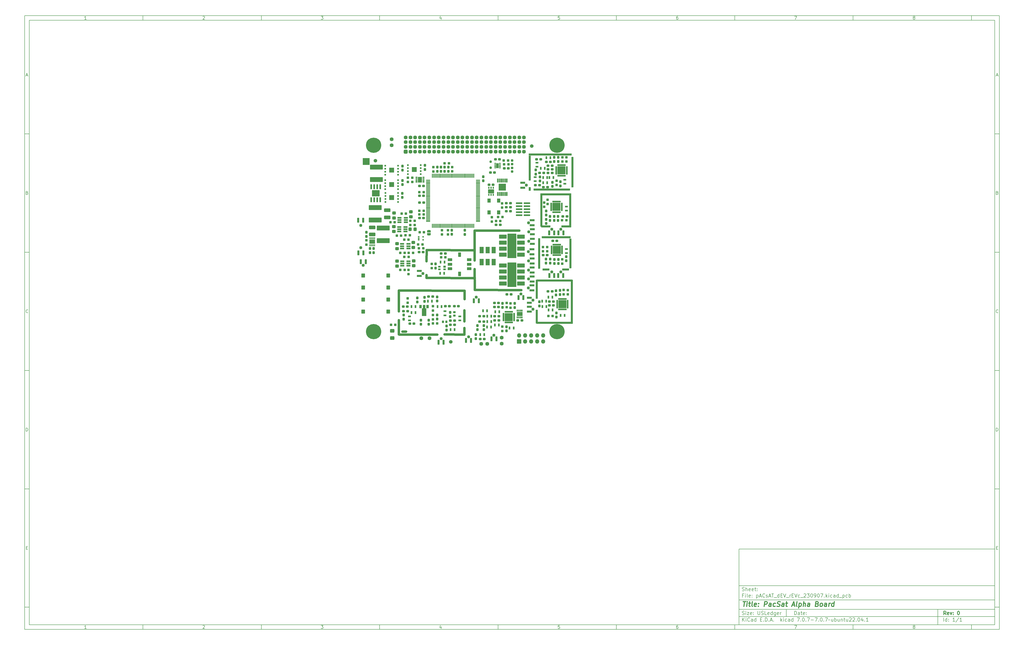
<source format=gbr>
%TF.GenerationSoftware,KiCad,Pcbnew,7.0.7-7.0.7~ubuntu22.04.1*%
%TF.CreationDate,2023-09-07T18:23:03-05:00*%
%TF.ProjectId,pACsAT_dEV_rEVc_230907,70414373-4154-45f6-9445-565f72455663,0*%
%TF.SameCoordinates,Original*%
%TF.FileFunction,Soldermask,Top*%
%TF.FilePolarity,Negative*%
%FSLAX46Y46*%
G04 Gerber Fmt 4.6, Leading zero omitted, Abs format (unit mm)*
G04 Created by KiCad (PCBNEW 7.0.7-7.0.7~ubuntu22.04.1) date 2023-09-07 18:23:03*
%MOMM*%
%LPD*%
G01*
G04 APERTURE LIST*
G04 Aperture macros list*
%AMRoundRect*
0 Rectangle with rounded corners*
0 $1 Rounding radius*
0 $2 $3 $4 $5 $6 $7 $8 $9 X,Y pos of 4 corners*
0 Add a 4 corners polygon primitive as box body*
4,1,4,$2,$3,$4,$5,$6,$7,$8,$9,$2,$3,0*
0 Add four circle primitives for the rounded corners*
1,1,$1+$1,$2,$3*
1,1,$1+$1,$4,$5*
1,1,$1+$1,$6,$7*
1,1,$1+$1,$8,$9*
0 Add four rect primitives between the rounded corners*
20,1,$1+$1,$2,$3,$4,$5,0*
20,1,$1+$1,$4,$5,$6,$7,0*
20,1,$1+$1,$6,$7,$8,$9,0*
20,1,$1+$1,$8,$9,$2,$3,0*%
%AMFreePoly0*
4,1,21,3.897855,0.901855,3.912500,0.866500,3.912500,-0.866500,3.897855,-0.901855,3.862500,-0.916500,0.737500,-0.916500,0.702145,-0.901855,0.687500,-0.866500,0.687500,-0.500000,-0.737500,-0.500000,-0.772855,-0.485355,-0.787500,-0.450000,-0.787500,0.450000,-0.772855,0.485355,-0.737500,0.500000,0.687500,0.500000,0.687500,0.866500,0.702145,0.901855,0.737500,0.916500,3.862500,0.916500,
3.897855,0.901855,3.897855,0.901855,$1*%
%AMFreePoly1*
4,1,35,0.535355,0.785355,0.550000,0.750000,0.550000,-0.750000,0.535355,-0.785355,0.500000,-0.800000,0.000000,-0.800000,-0.012286,-0.794911,-0.071157,-0.794911,-0.085244,-0.792886,-0.221795,-0.752791,-0.234740,-0.746879,-0.354462,-0.669938,-0.365217,-0.660618,-0.458414,-0.553063,-0.466109,-0.541091,-0.525228,-0.411637,-0.529237,-0.397982,-0.549491,-0.257116,-0.550000,-0.250000,-0.550000,0.250000,
-0.549491,0.257116,-0.529237,0.397982,-0.525228,0.411637,-0.466109,0.541091,-0.458414,0.553063,-0.365217,0.660618,-0.354462,0.669938,-0.234740,0.746879,-0.221795,0.752791,-0.085244,0.792886,-0.071157,0.794911,-0.012286,0.794911,0.000000,0.800000,0.500000,0.800000,0.535355,0.785355,0.535355,0.785355,$1*%
%AMFreePoly2*
4,1,35,0.012286,0.794911,0.071157,0.794911,0.085244,0.792886,0.221795,0.752791,0.234740,0.746879,0.354462,0.669938,0.365217,0.660618,0.458414,0.553063,0.466109,0.541091,0.525228,0.411637,0.529237,0.397982,0.549491,0.257116,0.550000,0.250000,0.550000,-0.250000,0.549491,-0.257116,0.529237,-0.397982,0.525228,-0.411637,0.466109,-0.541091,0.458414,-0.553063,0.365217,-0.660618,
0.354462,-0.669938,0.234740,-0.746879,0.221795,-0.752791,0.085244,-0.792886,0.071157,-0.794911,0.012286,-0.794911,0.000000,-0.800000,-0.500000,-0.800000,-0.535355,-0.785355,-0.550000,-0.750000,-0.550000,0.750000,-0.535355,0.785355,-0.500000,0.800000,0.000000,0.800000,0.012286,0.794911,0.012286,0.794911,$1*%
G04 Aperture macros list end*
%ADD10C,0.100000*%
%ADD11C,0.150000*%
%ADD12C,0.300000*%
%ADD13C,0.400000*%
%ADD14C,1.016000*%
%ADD15RoundRect,0.287500X0.237500X-0.300000X0.237500X0.300000X-0.237500X0.300000X-0.237500X-0.300000X0*%
%ADD16RoundRect,0.287500X0.300000X0.237500X-0.300000X0.237500X-0.300000X-0.237500X0.300000X-0.237500X0*%
%ADD17RoundRect,0.287500X-0.237500X0.300000X-0.237500X-0.300000X0.237500X-0.300000X0.237500X0.300000X0*%
%ADD18RoundRect,0.287500X0.237500X-0.287500X0.237500X0.287500X-0.237500X0.287500X-0.237500X-0.287500X0*%
%ADD19RoundRect,0.050800X-0.150000X0.800000X-0.150000X-0.800000X0.150000X-0.800000X0.150000X0.800000X0*%
%ADD20RoundRect,0.050800X-0.800000X-0.150000X0.800000X-0.150000X0.800000X0.150000X-0.800000X0.150000X0*%
%ADD21RoundRect,0.300000X-0.475000X0.337500X-0.475000X-0.337500X0.475000X-0.337500X0.475000X0.337500X0*%
%ADD22RoundRect,0.287500X0.237500X-0.250000X0.237500X0.250000X-0.237500X0.250000X-0.237500X-0.250000X0*%
%ADD23RoundRect,0.287500X-0.300000X-0.237500X0.300000X-0.237500X0.300000X0.237500X-0.300000X0.237500X0*%
%ADD24RoundRect,0.050000X-0.330200X-0.508000X0.330200X-0.508000X0.330200X0.508000X-0.330200X0.508000X0*%
%ADD25RoundRect,0.050000X-0.381000X5.207000X-0.381000X-5.207000X0.381000X-5.207000X0.381000X5.207000X0*%
%ADD26RoundRect,0.050000X-9.032240X-0.381000X9.032240X-0.381000X9.032240X0.381000X-9.032240X0.381000X0*%
%ADD27RoundRect,0.050000X-0.381000X0.684530X-0.381000X-0.684530X0.381000X-0.684530X0.381000X0.684530X0*%
%ADD28RoundRect,0.050000X-0.381000X6.350000X-0.381000X-6.350000X0.381000X-6.350000X0.381000X6.350000X0*%
%ADD29RoundRect,0.050000X-7.620000X-0.381000X7.620000X-0.381000X7.620000X0.381000X-7.620000X0.381000X0*%
%ADD30RoundRect,0.287500X0.250000X0.237500X-0.250000X0.237500X-0.250000X-0.237500X0.250000X-0.237500X0*%
%ADD31RoundRect,0.287500X-0.250000X-0.237500X0.250000X-0.237500X0.250000X0.237500X-0.250000X0.237500X0*%
%ADD32RoundRect,0.299999X-2.450001X0.737501X-2.450001X-0.737501X2.450001X-0.737501X2.450001X0.737501X0*%
%ADD33RoundRect,0.050000X-0.450000X0.650000X-0.450000X-0.650000X0.450000X-0.650000X0.450000X0.650000X0*%
%ADD34FreePoly0,270.000000*%
%ADD35C,1.500000*%
%ADD36RoundRect,0.050000X-1.000000X1.000000X-1.000000X-1.000000X1.000000X-1.000000X1.000000X1.000000X0*%
%ADD37RoundRect,0.050000X-0.300000X0.250000X-0.300000X-0.250000X0.300000X-0.250000X0.300000X0.250000X0*%
%ADD38RoundRect,0.304000X-0.254000X0.254000X-0.254000X-0.254000X0.254000X-0.254000X0.254000X0.254000X0*%
%ADD39RoundRect,0.250000X-0.200000X0.800000X-0.200000X-0.800000X0.200000X-0.800000X0.200000X0.800000X0*%
%ADD40C,1.624000*%
%ADD41RoundRect,0.300001X-0.624999X0.462499X-0.624999X-0.462499X0.624999X-0.462499X0.624999X0.462499X0*%
%ADD42RoundRect,0.050000X1.195000X-0.800000X1.195000X0.800000X-1.195000X0.800000X-1.195000X-0.800000X0*%
%ADD43RoundRect,0.050000X0.230000X-0.355000X0.230000X0.355000X-0.230000X0.355000X-0.230000X-0.355000X0*%
%ADD44RoundRect,0.112500X-0.300000X-0.062500X0.300000X-0.062500X0.300000X0.062500X-0.300000X0.062500X0*%
%ADD45RoundRect,0.050000X-0.450000X-1.000000X0.450000X-1.000000X0.450000X1.000000X-0.450000X1.000000X0*%
%ADD46C,6.450000*%
%ADD47RoundRect,0.340840X-0.471160X-0.471160X0.471160X-0.471160X0.471160X0.471160X-0.471160X0.471160X0*%
%ADD48RoundRect,0.050000X1.175000X-0.790000X1.175000X0.790000X-1.175000X0.790000X-1.175000X-0.790000X0*%
%ADD49RoundRect,0.050000X0.150000X-0.350000X0.150000X0.350000X-0.150000X0.350000X-0.150000X-0.350000X0*%
%ADD50RoundRect,0.050000X-0.450000X0.350000X-0.450000X-0.350000X0.450000X-0.350000X0.450000X0.350000X0*%
%ADD51RoundRect,0.050000X-0.508000X0.330200X-0.508000X-0.330200X0.508000X-0.330200X0.508000X0.330200X0*%
%ADD52RoundRect,0.287500X-0.237500X0.250000X-0.237500X-0.250000X0.237500X-0.250000X0.237500X0.250000X0*%
%ADD53RoundRect,0.050000X0.698500X-0.762000X0.698500X0.762000X-0.698500X0.762000X-0.698500X-0.762000X0*%
%ADD54RoundRect,0.050000X0.330200X0.508000X-0.330200X0.508000X-0.330200X-0.508000X0.330200X-0.508000X0*%
%ADD55RoundRect,0.050000X-0.780000X-0.325000X0.780000X-0.325000X0.780000X0.325000X-0.780000X0.325000X0*%
%ADD56RoundRect,0.300000X0.475000X-0.337500X0.475000X0.337500X-0.475000X0.337500X-0.475000X-0.337500X0*%
%ADD57RoundRect,0.050000X0.825000X-1.270000X0.825000X1.270000X-0.825000X1.270000X-0.825000X-1.270000X0*%
%ADD58RoundRect,0.300001X1.074999X-0.462499X1.074999X0.462499X-1.074999X0.462499X-1.074999X-0.462499X0*%
%ADD59RoundRect,0.050000X0.508000X-0.330200X0.508000X0.330200X-0.508000X0.330200X-0.508000X-0.330200X0*%
%ADD60RoundRect,0.050000X-1.905000X-0.381000X1.905000X-0.381000X1.905000X0.381000X-1.905000X0.381000X0*%
%ADD61RoundRect,0.050000X0.381000X-6.985000X0.381000X6.985000X-0.381000X6.985000X-0.381000X-6.985000X0*%
%ADD62RoundRect,0.050000X-6.477000X-0.381000X6.477000X-0.381000X6.477000X0.381000X-6.477000X0.381000X0*%
%ADD63RoundRect,0.050000X0.469900X-0.254000X0.469900X0.254000X-0.469900X0.254000X-0.469900X-0.254000X0*%
%ADD64RoundRect,0.050000X0.469900X-0.393700X0.469900X0.393700X-0.469900X0.393700X-0.469900X-0.393700X0*%
%ADD65RoundRect,0.268750X-0.256250X0.218750X-0.256250X-0.218750X0.256250X-0.218750X0.256250X0.218750X0*%
%ADD66RoundRect,0.300000X0.337500X0.475000X-0.337500X0.475000X-0.337500X-0.475000X0.337500X-0.475000X0*%
%ADD67RoundRect,0.030000X-1.625000X-1.625000X1.625000X-1.625000X1.625000X1.625000X-1.625000X1.625000X0*%
%ADD68RoundRect,0.030000X-0.325000X-0.175000X0.325000X-0.175000X0.325000X0.175000X-0.325000X0.175000X0*%
%ADD69RoundRect,0.030000X-0.175000X-0.325000X0.175000X-0.325000X0.175000X0.325000X-0.175000X0.325000X0*%
%ADD70FreePoly1,270.000000*%
%ADD71FreePoly2,270.000000*%
%ADD72RoundRect,0.050000X-1.175000X0.790000X-1.175000X-0.790000X1.175000X-0.790000X1.175000X0.790000X0*%
%ADD73RoundRect,0.050000X-0.175000X0.350000X-0.175000X-0.350000X0.175000X-0.350000X0.175000X0.350000X0*%
%ADD74R,3.100000X3.000000*%
%ADD75RoundRect,0.150000X0.100000X-0.687500X0.100000X0.687500X-0.100000X0.687500X-0.100000X-0.687500X0*%
%ADD76O,2.640000X0.989000*%
%ADD77RoundRect,0.050000X-7.467600X-0.381000X7.467600X-0.381000X7.467600X0.381000X-7.467600X0.381000X0*%
%ADD78RoundRect,0.050000X0.381000X-2.870200X0.381000X2.870200X-0.381000X2.870200X-0.381000X-2.870200X0*%
%ADD79RoundRect,0.050000X0.381000X-3.937000X0.381000X3.937000X-0.381000X3.937000X-0.381000X-3.937000X0*%
%ADD80RoundRect,0.050000X0.381000X-9.271000X0.381000X9.271000X-0.381000X9.271000X-0.381000X-9.271000X0*%
%ADD81RoundRect,0.299999X2.450001X-0.737501X2.450001X0.737501X-2.450001X0.737501X-2.450001X-0.737501X0*%
%ADD82C,1.100000*%
%ADD83RoundRect,0.050000X-0.325000X-0.200000X0.325000X-0.200000X0.325000X0.200000X-0.325000X0.200000X0*%
%ADD84RoundRect,0.050000X1.270000X-0.254000X1.270000X0.254000X-1.270000X0.254000X-1.270000X-0.254000X0*%
%ADD85RoundRect,0.050000X-0.350000X-0.450000X0.350000X-0.450000X0.350000X0.450000X-0.350000X0.450000X0*%
%ADD86RoundRect,0.050000X-0.790000X-1.175000X0.790000X-1.175000X0.790000X1.175000X-0.790000X1.175000X0*%
%ADD87RoundRect,0.050000X-0.350000X-0.175000X0.350000X-0.175000X0.350000X0.175000X-0.350000X0.175000X0*%
%ADD88RoundRect,0.050000X-1.524000X-0.762000X1.524000X-0.762000X1.524000X0.762000X-1.524000X0.762000X0*%
%ADD89RoundRect,0.050000X1.778000X-5.080000X1.778000X5.080000X-1.778000X5.080000X-1.778000X-5.080000X0*%
%ADD90RoundRect,0.300001X-1.074999X0.462499X-1.074999X-0.462499X1.074999X-0.462499X1.074999X0.462499X0*%
%ADD91RoundRect,0.030000X1.625000X-1.625000X1.625000X1.625000X-1.625000X1.625000X-1.625000X-1.625000X0*%
%ADD92RoundRect,0.030000X0.175000X-0.325000X0.175000X0.325000X-0.175000X0.325000X-0.175000X-0.325000X0*%
%ADD93RoundRect,0.030000X0.325000X-0.175000X0.325000X0.175000X-0.325000X0.175000X-0.325000X-0.175000X0*%
%ADD94RoundRect,0.050000X-1.397000X-0.381000X1.397000X-0.381000X1.397000X0.381000X-1.397000X0.381000X0*%
%ADD95RoundRect,0.050000X0.381000X-6.350000X0.381000X6.350000X-0.381000X6.350000X-0.381000X-6.350000X0*%
%ADD96RoundRect,0.050000X6.045200X0.381000X-6.045200X0.381000X-6.045200X-0.381000X6.045200X-0.381000X0*%
%ADD97RoundRect,0.050000X0.381000X-6.223000X0.381000X6.223000X-0.381000X6.223000X-0.381000X-6.223000X0*%
%ADD98RoundRect,0.304000X0.254000X-0.254000X0.254000X0.254000X-0.254000X0.254000X-0.254000X-0.254000X0*%
%ADD99RoundRect,0.250000X0.200000X-0.800000X0.200000X0.800000X-0.200000X0.800000X-0.200000X-0.800000X0*%
%ADD100RoundRect,0.050000X0.889000X0.508000X-0.889000X0.508000X-0.889000X-0.508000X0.889000X-0.508000X0*%
%ADD101RoundRect,0.050000X-0.508000X0.889000X-0.508000X-0.889000X0.508000X-0.889000X0.508000X0.889000X0*%
%ADD102RoundRect,0.050000X-0.889000X-0.508000X0.889000X-0.508000X0.889000X0.508000X-0.889000X0.508000X0*%
%ADD103RoundRect,0.050000X0.650000X-0.800000X0.650000X0.800000X-0.650000X0.800000X-0.650000X-0.800000X0*%
%ADD104RoundRect,0.050000X-0.305000X0.955000X-0.305000X-0.955000X0.305000X-0.955000X0.305000X0.955000X0*%
%ADD105RoundRect,0.050000X-0.775000X0.602500X-0.775000X-0.602500X0.775000X-0.602500X0.775000X0.602500X0*%
%ADD106RoundRect,0.050000X0.850000X-0.850000X0.850000X0.850000X-0.850000X0.850000X-0.850000X-0.850000X0*%
%ADD107O,1.800000X1.800000*%
%ADD108RoundRect,0.304000X0.254000X0.254000X-0.254000X0.254000X-0.254000X-0.254000X0.254000X-0.254000X0*%
%ADD109RoundRect,0.250000X0.800000X0.200000X-0.800000X0.200000X-0.800000X-0.200000X0.800000X-0.200000X0*%
%ADD110RoundRect,0.304000X-0.254000X-0.254000X0.254000X-0.254000X0.254000X0.254000X-0.254000X0.254000X0*%
%ADD111RoundRect,0.250000X-0.800000X-0.200000X0.800000X-0.200000X0.800000X0.200000X-0.800000X0.200000X0*%
G04 APERTURE END LIST*
D10*
D11*
X311800000Y-235400000D02*
X419800000Y-235400000D01*
X419800000Y-267400000D01*
X311800000Y-267400000D01*
X311800000Y-235400000D01*
D10*
D11*
X10000000Y-10000000D02*
X421800000Y-10000000D01*
X421800000Y-269400000D01*
X10000000Y-269400000D01*
X10000000Y-10000000D01*
D10*
D11*
X12000000Y-12000000D02*
X419800000Y-12000000D01*
X419800000Y-267400000D01*
X12000000Y-267400000D01*
X12000000Y-12000000D01*
D10*
D11*
X60000000Y-12000000D02*
X60000000Y-10000000D01*
D10*
D11*
X110000000Y-12000000D02*
X110000000Y-10000000D01*
D10*
D11*
X160000000Y-12000000D02*
X160000000Y-10000000D01*
D10*
D11*
X210000000Y-12000000D02*
X210000000Y-10000000D01*
D10*
D11*
X260000000Y-12000000D02*
X260000000Y-10000000D01*
D10*
D11*
X310000000Y-12000000D02*
X310000000Y-10000000D01*
D10*
D11*
X360000000Y-12000000D02*
X360000000Y-10000000D01*
D10*
D11*
X410000000Y-12000000D02*
X410000000Y-10000000D01*
D10*
D11*
X36089160Y-11593604D02*
X35346303Y-11593604D01*
X35717731Y-11593604D02*
X35717731Y-10293604D01*
X35717731Y-10293604D02*
X35593922Y-10479319D01*
X35593922Y-10479319D02*
X35470112Y-10603128D01*
X35470112Y-10603128D02*
X35346303Y-10665033D01*
D10*
D11*
X85346303Y-10417414D02*
X85408207Y-10355509D01*
X85408207Y-10355509D02*
X85532017Y-10293604D01*
X85532017Y-10293604D02*
X85841541Y-10293604D01*
X85841541Y-10293604D02*
X85965350Y-10355509D01*
X85965350Y-10355509D02*
X86027255Y-10417414D01*
X86027255Y-10417414D02*
X86089160Y-10541223D01*
X86089160Y-10541223D02*
X86089160Y-10665033D01*
X86089160Y-10665033D02*
X86027255Y-10850747D01*
X86027255Y-10850747D02*
X85284398Y-11593604D01*
X85284398Y-11593604D02*
X86089160Y-11593604D01*
D10*
D11*
X135284398Y-10293604D02*
X136089160Y-10293604D01*
X136089160Y-10293604D02*
X135655826Y-10788842D01*
X135655826Y-10788842D02*
X135841541Y-10788842D01*
X135841541Y-10788842D02*
X135965350Y-10850747D01*
X135965350Y-10850747D02*
X136027255Y-10912652D01*
X136027255Y-10912652D02*
X136089160Y-11036461D01*
X136089160Y-11036461D02*
X136089160Y-11345985D01*
X136089160Y-11345985D02*
X136027255Y-11469795D01*
X136027255Y-11469795D02*
X135965350Y-11531700D01*
X135965350Y-11531700D02*
X135841541Y-11593604D01*
X135841541Y-11593604D02*
X135470112Y-11593604D01*
X135470112Y-11593604D02*
X135346303Y-11531700D01*
X135346303Y-11531700D02*
X135284398Y-11469795D01*
D10*
D11*
X185965350Y-10726938D02*
X185965350Y-11593604D01*
X185655826Y-10231700D02*
X185346303Y-11160271D01*
X185346303Y-11160271D02*
X186151064Y-11160271D01*
D10*
D11*
X236027255Y-10293604D02*
X235408207Y-10293604D01*
X235408207Y-10293604D02*
X235346303Y-10912652D01*
X235346303Y-10912652D02*
X235408207Y-10850747D01*
X235408207Y-10850747D02*
X235532017Y-10788842D01*
X235532017Y-10788842D02*
X235841541Y-10788842D01*
X235841541Y-10788842D02*
X235965350Y-10850747D01*
X235965350Y-10850747D02*
X236027255Y-10912652D01*
X236027255Y-10912652D02*
X236089160Y-11036461D01*
X236089160Y-11036461D02*
X236089160Y-11345985D01*
X236089160Y-11345985D02*
X236027255Y-11469795D01*
X236027255Y-11469795D02*
X235965350Y-11531700D01*
X235965350Y-11531700D02*
X235841541Y-11593604D01*
X235841541Y-11593604D02*
X235532017Y-11593604D01*
X235532017Y-11593604D02*
X235408207Y-11531700D01*
X235408207Y-11531700D02*
X235346303Y-11469795D01*
D10*
D11*
X285965350Y-10293604D02*
X285717731Y-10293604D01*
X285717731Y-10293604D02*
X285593922Y-10355509D01*
X285593922Y-10355509D02*
X285532017Y-10417414D01*
X285532017Y-10417414D02*
X285408207Y-10603128D01*
X285408207Y-10603128D02*
X285346303Y-10850747D01*
X285346303Y-10850747D02*
X285346303Y-11345985D01*
X285346303Y-11345985D02*
X285408207Y-11469795D01*
X285408207Y-11469795D02*
X285470112Y-11531700D01*
X285470112Y-11531700D02*
X285593922Y-11593604D01*
X285593922Y-11593604D02*
X285841541Y-11593604D01*
X285841541Y-11593604D02*
X285965350Y-11531700D01*
X285965350Y-11531700D02*
X286027255Y-11469795D01*
X286027255Y-11469795D02*
X286089160Y-11345985D01*
X286089160Y-11345985D02*
X286089160Y-11036461D01*
X286089160Y-11036461D02*
X286027255Y-10912652D01*
X286027255Y-10912652D02*
X285965350Y-10850747D01*
X285965350Y-10850747D02*
X285841541Y-10788842D01*
X285841541Y-10788842D02*
X285593922Y-10788842D01*
X285593922Y-10788842D02*
X285470112Y-10850747D01*
X285470112Y-10850747D02*
X285408207Y-10912652D01*
X285408207Y-10912652D02*
X285346303Y-11036461D01*
D10*
D11*
X335284398Y-10293604D02*
X336151064Y-10293604D01*
X336151064Y-10293604D02*
X335593922Y-11593604D01*
D10*
D11*
X385593922Y-10850747D02*
X385470112Y-10788842D01*
X385470112Y-10788842D02*
X385408207Y-10726938D01*
X385408207Y-10726938D02*
X385346303Y-10603128D01*
X385346303Y-10603128D02*
X385346303Y-10541223D01*
X385346303Y-10541223D02*
X385408207Y-10417414D01*
X385408207Y-10417414D02*
X385470112Y-10355509D01*
X385470112Y-10355509D02*
X385593922Y-10293604D01*
X385593922Y-10293604D02*
X385841541Y-10293604D01*
X385841541Y-10293604D02*
X385965350Y-10355509D01*
X385965350Y-10355509D02*
X386027255Y-10417414D01*
X386027255Y-10417414D02*
X386089160Y-10541223D01*
X386089160Y-10541223D02*
X386089160Y-10603128D01*
X386089160Y-10603128D02*
X386027255Y-10726938D01*
X386027255Y-10726938D02*
X385965350Y-10788842D01*
X385965350Y-10788842D02*
X385841541Y-10850747D01*
X385841541Y-10850747D02*
X385593922Y-10850747D01*
X385593922Y-10850747D02*
X385470112Y-10912652D01*
X385470112Y-10912652D02*
X385408207Y-10974557D01*
X385408207Y-10974557D02*
X385346303Y-11098366D01*
X385346303Y-11098366D02*
X385346303Y-11345985D01*
X385346303Y-11345985D02*
X385408207Y-11469795D01*
X385408207Y-11469795D02*
X385470112Y-11531700D01*
X385470112Y-11531700D02*
X385593922Y-11593604D01*
X385593922Y-11593604D02*
X385841541Y-11593604D01*
X385841541Y-11593604D02*
X385965350Y-11531700D01*
X385965350Y-11531700D02*
X386027255Y-11469795D01*
X386027255Y-11469795D02*
X386089160Y-11345985D01*
X386089160Y-11345985D02*
X386089160Y-11098366D01*
X386089160Y-11098366D02*
X386027255Y-10974557D01*
X386027255Y-10974557D02*
X385965350Y-10912652D01*
X385965350Y-10912652D02*
X385841541Y-10850747D01*
D10*
D11*
X60000000Y-267400000D02*
X60000000Y-269400000D01*
D10*
D11*
X110000000Y-267400000D02*
X110000000Y-269400000D01*
D10*
D11*
X160000000Y-267400000D02*
X160000000Y-269400000D01*
D10*
D11*
X210000000Y-267400000D02*
X210000000Y-269400000D01*
D10*
D11*
X260000000Y-267400000D02*
X260000000Y-269400000D01*
D10*
D11*
X310000000Y-267400000D02*
X310000000Y-269400000D01*
D10*
D11*
X360000000Y-267400000D02*
X360000000Y-269400000D01*
D10*
D11*
X410000000Y-267400000D02*
X410000000Y-269400000D01*
D10*
D11*
X36089160Y-268993604D02*
X35346303Y-268993604D01*
X35717731Y-268993604D02*
X35717731Y-267693604D01*
X35717731Y-267693604D02*
X35593922Y-267879319D01*
X35593922Y-267879319D02*
X35470112Y-268003128D01*
X35470112Y-268003128D02*
X35346303Y-268065033D01*
D10*
D11*
X85346303Y-267817414D02*
X85408207Y-267755509D01*
X85408207Y-267755509D02*
X85532017Y-267693604D01*
X85532017Y-267693604D02*
X85841541Y-267693604D01*
X85841541Y-267693604D02*
X85965350Y-267755509D01*
X85965350Y-267755509D02*
X86027255Y-267817414D01*
X86027255Y-267817414D02*
X86089160Y-267941223D01*
X86089160Y-267941223D02*
X86089160Y-268065033D01*
X86089160Y-268065033D02*
X86027255Y-268250747D01*
X86027255Y-268250747D02*
X85284398Y-268993604D01*
X85284398Y-268993604D02*
X86089160Y-268993604D01*
D10*
D11*
X135284398Y-267693604D02*
X136089160Y-267693604D01*
X136089160Y-267693604D02*
X135655826Y-268188842D01*
X135655826Y-268188842D02*
X135841541Y-268188842D01*
X135841541Y-268188842D02*
X135965350Y-268250747D01*
X135965350Y-268250747D02*
X136027255Y-268312652D01*
X136027255Y-268312652D02*
X136089160Y-268436461D01*
X136089160Y-268436461D02*
X136089160Y-268745985D01*
X136089160Y-268745985D02*
X136027255Y-268869795D01*
X136027255Y-268869795D02*
X135965350Y-268931700D01*
X135965350Y-268931700D02*
X135841541Y-268993604D01*
X135841541Y-268993604D02*
X135470112Y-268993604D01*
X135470112Y-268993604D02*
X135346303Y-268931700D01*
X135346303Y-268931700D02*
X135284398Y-268869795D01*
D10*
D11*
X185965350Y-268126938D02*
X185965350Y-268993604D01*
X185655826Y-267631700D02*
X185346303Y-268560271D01*
X185346303Y-268560271D02*
X186151064Y-268560271D01*
D10*
D11*
X236027255Y-267693604D02*
X235408207Y-267693604D01*
X235408207Y-267693604D02*
X235346303Y-268312652D01*
X235346303Y-268312652D02*
X235408207Y-268250747D01*
X235408207Y-268250747D02*
X235532017Y-268188842D01*
X235532017Y-268188842D02*
X235841541Y-268188842D01*
X235841541Y-268188842D02*
X235965350Y-268250747D01*
X235965350Y-268250747D02*
X236027255Y-268312652D01*
X236027255Y-268312652D02*
X236089160Y-268436461D01*
X236089160Y-268436461D02*
X236089160Y-268745985D01*
X236089160Y-268745985D02*
X236027255Y-268869795D01*
X236027255Y-268869795D02*
X235965350Y-268931700D01*
X235965350Y-268931700D02*
X235841541Y-268993604D01*
X235841541Y-268993604D02*
X235532017Y-268993604D01*
X235532017Y-268993604D02*
X235408207Y-268931700D01*
X235408207Y-268931700D02*
X235346303Y-268869795D01*
D10*
D11*
X285965350Y-267693604D02*
X285717731Y-267693604D01*
X285717731Y-267693604D02*
X285593922Y-267755509D01*
X285593922Y-267755509D02*
X285532017Y-267817414D01*
X285532017Y-267817414D02*
X285408207Y-268003128D01*
X285408207Y-268003128D02*
X285346303Y-268250747D01*
X285346303Y-268250747D02*
X285346303Y-268745985D01*
X285346303Y-268745985D02*
X285408207Y-268869795D01*
X285408207Y-268869795D02*
X285470112Y-268931700D01*
X285470112Y-268931700D02*
X285593922Y-268993604D01*
X285593922Y-268993604D02*
X285841541Y-268993604D01*
X285841541Y-268993604D02*
X285965350Y-268931700D01*
X285965350Y-268931700D02*
X286027255Y-268869795D01*
X286027255Y-268869795D02*
X286089160Y-268745985D01*
X286089160Y-268745985D02*
X286089160Y-268436461D01*
X286089160Y-268436461D02*
X286027255Y-268312652D01*
X286027255Y-268312652D02*
X285965350Y-268250747D01*
X285965350Y-268250747D02*
X285841541Y-268188842D01*
X285841541Y-268188842D02*
X285593922Y-268188842D01*
X285593922Y-268188842D02*
X285470112Y-268250747D01*
X285470112Y-268250747D02*
X285408207Y-268312652D01*
X285408207Y-268312652D02*
X285346303Y-268436461D01*
D10*
D11*
X335284398Y-267693604D02*
X336151064Y-267693604D01*
X336151064Y-267693604D02*
X335593922Y-268993604D01*
D10*
D11*
X385593922Y-268250747D02*
X385470112Y-268188842D01*
X385470112Y-268188842D02*
X385408207Y-268126938D01*
X385408207Y-268126938D02*
X385346303Y-268003128D01*
X385346303Y-268003128D02*
X385346303Y-267941223D01*
X385346303Y-267941223D02*
X385408207Y-267817414D01*
X385408207Y-267817414D02*
X385470112Y-267755509D01*
X385470112Y-267755509D02*
X385593922Y-267693604D01*
X385593922Y-267693604D02*
X385841541Y-267693604D01*
X385841541Y-267693604D02*
X385965350Y-267755509D01*
X385965350Y-267755509D02*
X386027255Y-267817414D01*
X386027255Y-267817414D02*
X386089160Y-267941223D01*
X386089160Y-267941223D02*
X386089160Y-268003128D01*
X386089160Y-268003128D02*
X386027255Y-268126938D01*
X386027255Y-268126938D02*
X385965350Y-268188842D01*
X385965350Y-268188842D02*
X385841541Y-268250747D01*
X385841541Y-268250747D02*
X385593922Y-268250747D01*
X385593922Y-268250747D02*
X385470112Y-268312652D01*
X385470112Y-268312652D02*
X385408207Y-268374557D01*
X385408207Y-268374557D02*
X385346303Y-268498366D01*
X385346303Y-268498366D02*
X385346303Y-268745985D01*
X385346303Y-268745985D02*
X385408207Y-268869795D01*
X385408207Y-268869795D02*
X385470112Y-268931700D01*
X385470112Y-268931700D02*
X385593922Y-268993604D01*
X385593922Y-268993604D02*
X385841541Y-268993604D01*
X385841541Y-268993604D02*
X385965350Y-268931700D01*
X385965350Y-268931700D02*
X386027255Y-268869795D01*
X386027255Y-268869795D02*
X386089160Y-268745985D01*
X386089160Y-268745985D02*
X386089160Y-268498366D01*
X386089160Y-268498366D02*
X386027255Y-268374557D01*
X386027255Y-268374557D02*
X385965350Y-268312652D01*
X385965350Y-268312652D02*
X385841541Y-268250747D01*
D10*
D11*
X10000000Y-60000000D02*
X12000000Y-60000000D01*
D10*
D11*
X10000000Y-110000000D02*
X12000000Y-110000000D01*
D10*
D11*
X10000000Y-160000000D02*
X12000000Y-160000000D01*
D10*
D11*
X10000000Y-210000000D02*
X12000000Y-210000000D01*
D10*
D11*
X10000000Y-260000000D02*
X12000000Y-260000000D01*
D10*
D11*
X10690476Y-35222176D02*
X11309523Y-35222176D01*
X10566666Y-35593604D02*
X10999999Y-34293604D01*
X10999999Y-34293604D02*
X11433333Y-35593604D01*
D10*
D11*
X11092857Y-84912652D02*
X11278571Y-84974557D01*
X11278571Y-84974557D02*
X11340476Y-85036461D01*
X11340476Y-85036461D02*
X11402380Y-85160271D01*
X11402380Y-85160271D02*
X11402380Y-85345985D01*
X11402380Y-85345985D02*
X11340476Y-85469795D01*
X11340476Y-85469795D02*
X11278571Y-85531700D01*
X11278571Y-85531700D02*
X11154761Y-85593604D01*
X11154761Y-85593604D02*
X10659523Y-85593604D01*
X10659523Y-85593604D02*
X10659523Y-84293604D01*
X10659523Y-84293604D02*
X11092857Y-84293604D01*
X11092857Y-84293604D02*
X11216666Y-84355509D01*
X11216666Y-84355509D02*
X11278571Y-84417414D01*
X11278571Y-84417414D02*
X11340476Y-84541223D01*
X11340476Y-84541223D02*
X11340476Y-84665033D01*
X11340476Y-84665033D02*
X11278571Y-84788842D01*
X11278571Y-84788842D02*
X11216666Y-84850747D01*
X11216666Y-84850747D02*
X11092857Y-84912652D01*
X11092857Y-84912652D02*
X10659523Y-84912652D01*
D10*
D11*
X11402380Y-135469795D02*
X11340476Y-135531700D01*
X11340476Y-135531700D02*
X11154761Y-135593604D01*
X11154761Y-135593604D02*
X11030952Y-135593604D01*
X11030952Y-135593604D02*
X10845238Y-135531700D01*
X10845238Y-135531700D02*
X10721428Y-135407890D01*
X10721428Y-135407890D02*
X10659523Y-135284080D01*
X10659523Y-135284080D02*
X10597619Y-135036461D01*
X10597619Y-135036461D02*
X10597619Y-134850747D01*
X10597619Y-134850747D02*
X10659523Y-134603128D01*
X10659523Y-134603128D02*
X10721428Y-134479319D01*
X10721428Y-134479319D02*
X10845238Y-134355509D01*
X10845238Y-134355509D02*
X11030952Y-134293604D01*
X11030952Y-134293604D02*
X11154761Y-134293604D01*
X11154761Y-134293604D02*
X11340476Y-134355509D01*
X11340476Y-134355509D02*
X11402380Y-134417414D01*
D10*
D11*
X10659523Y-185593604D02*
X10659523Y-184293604D01*
X10659523Y-184293604D02*
X10969047Y-184293604D01*
X10969047Y-184293604D02*
X11154761Y-184355509D01*
X11154761Y-184355509D02*
X11278571Y-184479319D01*
X11278571Y-184479319D02*
X11340476Y-184603128D01*
X11340476Y-184603128D02*
X11402380Y-184850747D01*
X11402380Y-184850747D02*
X11402380Y-185036461D01*
X11402380Y-185036461D02*
X11340476Y-185284080D01*
X11340476Y-185284080D02*
X11278571Y-185407890D01*
X11278571Y-185407890D02*
X11154761Y-185531700D01*
X11154761Y-185531700D02*
X10969047Y-185593604D01*
X10969047Y-185593604D02*
X10659523Y-185593604D01*
D10*
D11*
X10721428Y-234912652D02*
X11154762Y-234912652D01*
X11340476Y-235593604D02*
X10721428Y-235593604D01*
X10721428Y-235593604D02*
X10721428Y-234293604D01*
X10721428Y-234293604D02*
X11340476Y-234293604D01*
D10*
D11*
X421800000Y-60000000D02*
X419800000Y-60000000D01*
D10*
D11*
X421800000Y-110000000D02*
X419800000Y-110000000D01*
D10*
D11*
X421800000Y-160000000D02*
X419800000Y-160000000D01*
D10*
D11*
X421800000Y-210000000D02*
X419800000Y-210000000D01*
D10*
D11*
X421800000Y-260000000D02*
X419800000Y-260000000D01*
D10*
D11*
X420490476Y-35222176D02*
X421109523Y-35222176D01*
X420366666Y-35593604D02*
X420799999Y-34293604D01*
X420799999Y-34293604D02*
X421233333Y-35593604D01*
D10*
D11*
X420892857Y-84912652D02*
X421078571Y-84974557D01*
X421078571Y-84974557D02*
X421140476Y-85036461D01*
X421140476Y-85036461D02*
X421202380Y-85160271D01*
X421202380Y-85160271D02*
X421202380Y-85345985D01*
X421202380Y-85345985D02*
X421140476Y-85469795D01*
X421140476Y-85469795D02*
X421078571Y-85531700D01*
X421078571Y-85531700D02*
X420954761Y-85593604D01*
X420954761Y-85593604D02*
X420459523Y-85593604D01*
X420459523Y-85593604D02*
X420459523Y-84293604D01*
X420459523Y-84293604D02*
X420892857Y-84293604D01*
X420892857Y-84293604D02*
X421016666Y-84355509D01*
X421016666Y-84355509D02*
X421078571Y-84417414D01*
X421078571Y-84417414D02*
X421140476Y-84541223D01*
X421140476Y-84541223D02*
X421140476Y-84665033D01*
X421140476Y-84665033D02*
X421078571Y-84788842D01*
X421078571Y-84788842D02*
X421016666Y-84850747D01*
X421016666Y-84850747D02*
X420892857Y-84912652D01*
X420892857Y-84912652D02*
X420459523Y-84912652D01*
D10*
D11*
X421202380Y-135469795D02*
X421140476Y-135531700D01*
X421140476Y-135531700D02*
X420954761Y-135593604D01*
X420954761Y-135593604D02*
X420830952Y-135593604D01*
X420830952Y-135593604D02*
X420645238Y-135531700D01*
X420645238Y-135531700D02*
X420521428Y-135407890D01*
X420521428Y-135407890D02*
X420459523Y-135284080D01*
X420459523Y-135284080D02*
X420397619Y-135036461D01*
X420397619Y-135036461D02*
X420397619Y-134850747D01*
X420397619Y-134850747D02*
X420459523Y-134603128D01*
X420459523Y-134603128D02*
X420521428Y-134479319D01*
X420521428Y-134479319D02*
X420645238Y-134355509D01*
X420645238Y-134355509D02*
X420830952Y-134293604D01*
X420830952Y-134293604D02*
X420954761Y-134293604D01*
X420954761Y-134293604D02*
X421140476Y-134355509D01*
X421140476Y-134355509D02*
X421202380Y-134417414D01*
D10*
D11*
X420459523Y-185593604D02*
X420459523Y-184293604D01*
X420459523Y-184293604D02*
X420769047Y-184293604D01*
X420769047Y-184293604D02*
X420954761Y-184355509D01*
X420954761Y-184355509D02*
X421078571Y-184479319D01*
X421078571Y-184479319D02*
X421140476Y-184603128D01*
X421140476Y-184603128D02*
X421202380Y-184850747D01*
X421202380Y-184850747D02*
X421202380Y-185036461D01*
X421202380Y-185036461D02*
X421140476Y-185284080D01*
X421140476Y-185284080D02*
X421078571Y-185407890D01*
X421078571Y-185407890D02*
X420954761Y-185531700D01*
X420954761Y-185531700D02*
X420769047Y-185593604D01*
X420769047Y-185593604D02*
X420459523Y-185593604D01*
D10*
D11*
X420521428Y-234912652D02*
X420954762Y-234912652D01*
X421140476Y-235593604D02*
X420521428Y-235593604D01*
X420521428Y-235593604D02*
X420521428Y-234293604D01*
X420521428Y-234293604D02*
X421140476Y-234293604D01*
D10*
D11*
X335255826Y-263186128D02*
X335255826Y-261686128D01*
X335255826Y-261686128D02*
X335612969Y-261686128D01*
X335612969Y-261686128D02*
X335827255Y-261757557D01*
X335827255Y-261757557D02*
X335970112Y-261900414D01*
X335970112Y-261900414D02*
X336041541Y-262043271D01*
X336041541Y-262043271D02*
X336112969Y-262328985D01*
X336112969Y-262328985D02*
X336112969Y-262543271D01*
X336112969Y-262543271D02*
X336041541Y-262828985D01*
X336041541Y-262828985D02*
X335970112Y-262971842D01*
X335970112Y-262971842D02*
X335827255Y-263114700D01*
X335827255Y-263114700D02*
X335612969Y-263186128D01*
X335612969Y-263186128D02*
X335255826Y-263186128D01*
X337398684Y-263186128D02*
X337398684Y-262400414D01*
X337398684Y-262400414D02*
X337327255Y-262257557D01*
X337327255Y-262257557D02*
X337184398Y-262186128D01*
X337184398Y-262186128D02*
X336898684Y-262186128D01*
X336898684Y-262186128D02*
X336755826Y-262257557D01*
X337398684Y-263114700D02*
X337255826Y-263186128D01*
X337255826Y-263186128D02*
X336898684Y-263186128D01*
X336898684Y-263186128D02*
X336755826Y-263114700D01*
X336755826Y-263114700D02*
X336684398Y-262971842D01*
X336684398Y-262971842D02*
X336684398Y-262828985D01*
X336684398Y-262828985D02*
X336755826Y-262686128D01*
X336755826Y-262686128D02*
X336898684Y-262614700D01*
X336898684Y-262614700D02*
X337255826Y-262614700D01*
X337255826Y-262614700D02*
X337398684Y-262543271D01*
X337898684Y-262186128D02*
X338470112Y-262186128D01*
X338112969Y-261686128D02*
X338112969Y-262971842D01*
X338112969Y-262971842D02*
X338184398Y-263114700D01*
X338184398Y-263114700D02*
X338327255Y-263186128D01*
X338327255Y-263186128D02*
X338470112Y-263186128D01*
X339541541Y-263114700D02*
X339398684Y-263186128D01*
X339398684Y-263186128D02*
X339112970Y-263186128D01*
X339112970Y-263186128D02*
X338970112Y-263114700D01*
X338970112Y-263114700D02*
X338898684Y-262971842D01*
X338898684Y-262971842D02*
X338898684Y-262400414D01*
X338898684Y-262400414D02*
X338970112Y-262257557D01*
X338970112Y-262257557D02*
X339112970Y-262186128D01*
X339112970Y-262186128D02*
X339398684Y-262186128D01*
X339398684Y-262186128D02*
X339541541Y-262257557D01*
X339541541Y-262257557D02*
X339612970Y-262400414D01*
X339612970Y-262400414D02*
X339612970Y-262543271D01*
X339612970Y-262543271D02*
X338898684Y-262686128D01*
X340255826Y-263043271D02*
X340327255Y-263114700D01*
X340327255Y-263114700D02*
X340255826Y-263186128D01*
X340255826Y-263186128D02*
X340184398Y-263114700D01*
X340184398Y-263114700D02*
X340255826Y-263043271D01*
X340255826Y-263043271D02*
X340255826Y-263186128D01*
X340255826Y-262257557D02*
X340327255Y-262328985D01*
X340327255Y-262328985D02*
X340255826Y-262400414D01*
X340255826Y-262400414D02*
X340184398Y-262328985D01*
X340184398Y-262328985D02*
X340255826Y-262257557D01*
X340255826Y-262257557D02*
X340255826Y-262400414D01*
D10*
D11*
X311800000Y-263900000D02*
X419800000Y-263900000D01*
D10*
D11*
X313255826Y-265986128D02*
X313255826Y-264486128D01*
X314112969Y-265986128D02*
X313470112Y-265128985D01*
X314112969Y-264486128D02*
X313255826Y-265343271D01*
X314755826Y-265986128D02*
X314755826Y-264986128D01*
X314755826Y-264486128D02*
X314684398Y-264557557D01*
X314684398Y-264557557D02*
X314755826Y-264628985D01*
X314755826Y-264628985D02*
X314827255Y-264557557D01*
X314827255Y-264557557D02*
X314755826Y-264486128D01*
X314755826Y-264486128D02*
X314755826Y-264628985D01*
X316327255Y-265843271D02*
X316255827Y-265914700D01*
X316255827Y-265914700D02*
X316041541Y-265986128D01*
X316041541Y-265986128D02*
X315898684Y-265986128D01*
X315898684Y-265986128D02*
X315684398Y-265914700D01*
X315684398Y-265914700D02*
X315541541Y-265771842D01*
X315541541Y-265771842D02*
X315470112Y-265628985D01*
X315470112Y-265628985D02*
X315398684Y-265343271D01*
X315398684Y-265343271D02*
X315398684Y-265128985D01*
X315398684Y-265128985D02*
X315470112Y-264843271D01*
X315470112Y-264843271D02*
X315541541Y-264700414D01*
X315541541Y-264700414D02*
X315684398Y-264557557D01*
X315684398Y-264557557D02*
X315898684Y-264486128D01*
X315898684Y-264486128D02*
X316041541Y-264486128D01*
X316041541Y-264486128D02*
X316255827Y-264557557D01*
X316255827Y-264557557D02*
X316327255Y-264628985D01*
X317612970Y-265986128D02*
X317612970Y-265200414D01*
X317612970Y-265200414D02*
X317541541Y-265057557D01*
X317541541Y-265057557D02*
X317398684Y-264986128D01*
X317398684Y-264986128D02*
X317112970Y-264986128D01*
X317112970Y-264986128D02*
X316970112Y-265057557D01*
X317612970Y-265914700D02*
X317470112Y-265986128D01*
X317470112Y-265986128D02*
X317112970Y-265986128D01*
X317112970Y-265986128D02*
X316970112Y-265914700D01*
X316970112Y-265914700D02*
X316898684Y-265771842D01*
X316898684Y-265771842D02*
X316898684Y-265628985D01*
X316898684Y-265628985D02*
X316970112Y-265486128D01*
X316970112Y-265486128D02*
X317112970Y-265414700D01*
X317112970Y-265414700D02*
X317470112Y-265414700D01*
X317470112Y-265414700D02*
X317612970Y-265343271D01*
X318970113Y-265986128D02*
X318970113Y-264486128D01*
X318970113Y-265914700D02*
X318827255Y-265986128D01*
X318827255Y-265986128D02*
X318541541Y-265986128D01*
X318541541Y-265986128D02*
X318398684Y-265914700D01*
X318398684Y-265914700D02*
X318327255Y-265843271D01*
X318327255Y-265843271D02*
X318255827Y-265700414D01*
X318255827Y-265700414D02*
X318255827Y-265271842D01*
X318255827Y-265271842D02*
X318327255Y-265128985D01*
X318327255Y-265128985D02*
X318398684Y-265057557D01*
X318398684Y-265057557D02*
X318541541Y-264986128D01*
X318541541Y-264986128D02*
X318827255Y-264986128D01*
X318827255Y-264986128D02*
X318970113Y-265057557D01*
X320827255Y-265200414D02*
X321327255Y-265200414D01*
X321541541Y-265986128D02*
X320827255Y-265986128D01*
X320827255Y-265986128D02*
X320827255Y-264486128D01*
X320827255Y-264486128D02*
X321541541Y-264486128D01*
X322184398Y-265843271D02*
X322255827Y-265914700D01*
X322255827Y-265914700D02*
X322184398Y-265986128D01*
X322184398Y-265986128D02*
X322112970Y-265914700D01*
X322112970Y-265914700D02*
X322184398Y-265843271D01*
X322184398Y-265843271D02*
X322184398Y-265986128D01*
X322898684Y-265986128D02*
X322898684Y-264486128D01*
X322898684Y-264486128D02*
X323255827Y-264486128D01*
X323255827Y-264486128D02*
X323470113Y-264557557D01*
X323470113Y-264557557D02*
X323612970Y-264700414D01*
X323612970Y-264700414D02*
X323684399Y-264843271D01*
X323684399Y-264843271D02*
X323755827Y-265128985D01*
X323755827Y-265128985D02*
X323755827Y-265343271D01*
X323755827Y-265343271D02*
X323684399Y-265628985D01*
X323684399Y-265628985D02*
X323612970Y-265771842D01*
X323612970Y-265771842D02*
X323470113Y-265914700D01*
X323470113Y-265914700D02*
X323255827Y-265986128D01*
X323255827Y-265986128D02*
X322898684Y-265986128D01*
X324398684Y-265843271D02*
X324470113Y-265914700D01*
X324470113Y-265914700D02*
X324398684Y-265986128D01*
X324398684Y-265986128D02*
X324327256Y-265914700D01*
X324327256Y-265914700D02*
X324398684Y-265843271D01*
X324398684Y-265843271D02*
X324398684Y-265986128D01*
X325041542Y-265557557D02*
X325755828Y-265557557D01*
X324898685Y-265986128D02*
X325398685Y-264486128D01*
X325398685Y-264486128D02*
X325898685Y-265986128D01*
X326398684Y-265843271D02*
X326470113Y-265914700D01*
X326470113Y-265914700D02*
X326398684Y-265986128D01*
X326398684Y-265986128D02*
X326327256Y-265914700D01*
X326327256Y-265914700D02*
X326398684Y-265843271D01*
X326398684Y-265843271D02*
X326398684Y-265986128D01*
X329398684Y-265986128D02*
X329398684Y-264486128D01*
X329541542Y-265414700D02*
X329970113Y-265986128D01*
X329970113Y-264986128D02*
X329398684Y-265557557D01*
X330612970Y-265986128D02*
X330612970Y-264986128D01*
X330612970Y-264486128D02*
X330541542Y-264557557D01*
X330541542Y-264557557D02*
X330612970Y-264628985D01*
X330612970Y-264628985D02*
X330684399Y-264557557D01*
X330684399Y-264557557D02*
X330612970Y-264486128D01*
X330612970Y-264486128D02*
X330612970Y-264628985D01*
X331970114Y-265914700D02*
X331827256Y-265986128D01*
X331827256Y-265986128D02*
X331541542Y-265986128D01*
X331541542Y-265986128D02*
X331398685Y-265914700D01*
X331398685Y-265914700D02*
X331327256Y-265843271D01*
X331327256Y-265843271D02*
X331255828Y-265700414D01*
X331255828Y-265700414D02*
X331255828Y-265271842D01*
X331255828Y-265271842D02*
X331327256Y-265128985D01*
X331327256Y-265128985D02*
X331398685Y-265057557D01*
X331398685Y-265057557D02*
X331541542Y-264986128D01*
X331541542Y-264986128D02*
X331827256Y-264986128D01*
X331827256Y-264986128D02*
X331970114Y-265057557D01*
X333255828Y-265986128D02*
X333255828Y-265200414D01*
X333255828Y-265200414D02*
X333184399Y-265057557D01*
X333184399Y-265057557D02*
X333041542Y-264986128D01*
X333041542Y-264986128D02*
X332755828Y-264986128D01*
X332755828Y-264986128D02*
X332612970Y-265057557D01*
X333255828Y-265914700D02*
X333112970Y-265986128D01*
X333112970Y-265986128D02*
X332755828Y-265986128D01*
X332755828Y-265986128D02*
X332612970Y-265914700D01*
X332612970Y-265914700D02*
X332541542Y-265771842D01*
X332541542Y-265771842D02*
X332541542Y-265628985D01*
X332541542Y-265628985D02*
X332612970Y-265486128D01*
X332612970Y-265486128D02*
X332755828Y-265414700D01*
X332755828Y-265414700D02*
X333112970Y-265414700D01*
X333112970Y-265414700D02*
X333255828Y-265343271D01*
X334612971Y-265986128D02*
X334612971Y-264486128D01*
X334612971Y-265914700D02*
X334470113Y-265986128D01*
X334470113Y-265986128D02*
X334184399Y-265986128D01*
X334184399Y-265986128D02*
X334041542Y-265914700D01*
X334041542Y-265914700D02*
X333970113Y-265843271D01*
X333970113Y-265843271D02*
X333898685Y-265700414D01*
X333898685Y-265700414D02*
X333898685Y-265271842D01*
X333898685Y-265271842D02*
X333970113Y-265128985D01*
X333970113Y-265128985D02*
X334041542Y-265057557D01*
X334041542Y-265057557D02*
X334184399Y-264986128D01*
X334184399Y-264986128D02*
X334470113Y-264986128D01*
X334470113Y-264986128D02*
X334612971Y-265057557D01*
X336327256Y-264486128D02*
X337327256Y-264486128D01*
X337327256Y-264486128D02*
X336684399Y-265986128D01*
X337898684Y-265843271D02*
X337970113Y-265914700D01*
X337970113Y-265914700D02*
X337898684Y-265986128D01*
X337898684Y-265986128D02*
X337827256Y-265914700D01*
X337827256Y-265914700D02*
X337898684Y-265843271D01*
X337898684Y-265843271D02*
X337898684Y-265986128D01*
X338898685Y-264486128D02*
X339041542Y-264486128D01*
X339041542Y-264486128D02*
X339184399Y-264557557D01*
X339184399Y-264557557D02*
X339255828Y-264628985D01*
X339255828Y-264628985D02*
X339327256Y-264771842D01*
X339327256Y-264771842D02*
X339398685Y-265057557D01*
X339398685Y-265057557D02*
X339398685Y-265414700D01*
X339398685Y-265414700D02*
X339327256Y-265700414D01*
X339327256Y-265700414D02*
X339255828Y-265843271D01*
X339255828Y-265843271D02*
X339184399Y-265914700D01*
X339184399Y-265914700D02*
X339041542Y-265986128D01*
X339041542Y-265986128D02*
X338898685Y-265986128D01*
X338898685Y-265986128D02*
X338755828Y-265914700D01*
X338755828Y-265914700D02*
X338684399Y-265843271D01*
X338684399Y-265843271D02*
X338612970Y-265700414D01*
X338612970Y-265700414D02*
X338541542Y-265414700D01*
X338541542Y-265414700D02*
X338541542Y-265057557D01*
X338541542Y-265057557D02*
X338612970Y-264771842D01*
X338612970Y-264771842D02*
X338684399Y-264628985D01*
X338684399Y-264628985D02*
X338755828Y-264557557D01*
X338755828Y-264557557D02*
X338898685Y-264486128D01*
X340041541Y-265843271D02*
X340112970Y-265914700D01*
X340112970Y-265914700D02*
X340041541Y-265986128D01*
X340041541Y-265986128D02*
X339970113Y-265914700D01*
X339970113Y-265914700D02*
X340041541Y-265843271D01*
X340041541Y-265843271D02*
X340041541Y-265986128D01*
X340612970Y-264486128D02*
X341612970Y-264486128D01*
X341612970Y-264486128D02*
X340970113Y-265986128D01*
X342184398Y-265414700D02*
X343327256Y-265414700D01*
X343898684Y-264486128D02*
X344898684Y-264486128D01*
X344898684Y-264486128D02*
X344255827Y-265986128D01*
X345470112Y-265843271D02*
X345541541Y-265914700D01*
X345541541Y-265914700D02*
X345470112Y-265986128D01*
X345470112Y-265986128D02*
X345398684Y-265914700D01*
X345398684Y-265914700D02*
X345470112Y-265843271D01*
X345470112Y-265843271D02*
X345470112Y-265986128D01*
X346470113Y-264486128D02*
X346612970Y-264486128D01*
X346612970Y-264486128D02*
X346755827Y-264557557D01*
X346755827Y-264557557D02*
X346827256Y-264628985D01*
X346827256Y-264628985D02*
X346898684Y-264771842D01*
X346898684Y-264771842D02*
X346970113Y-265057557D01*
X346970113Y-265057557D02*
X346970113Y-265414700D01*
X346970113Y-265414700D02*
X346898684Y-265700414D01*
X346898684Y-265700414D02*
X346827256Y-265843271D01*
X346827256Y-265843271D02*
X346755827Y-265914700D01*
X346755827Y-265914700D02*
X346612970Y-265986128D01*
X346612970Y-265986128D02*
X346470113Y-265986128D01*
X346470113Y-265986128D02*
X346327256Y-265914700D01*
X346327256Y-265914700D02*
X346255827Y-265843271D01*
X346255827Y-265843271D02*
X346184398Y-265700414D01*
X346184398Y-265700414D02*
X346112970Y-265414700D01*
X346112970Y-265414700D02*
X346112970Y-265057557D01*
X346112970Y-265057557D02*
X346184398Y-264771842D01*
X346184398Y-264771842D02*
X346255827Y-264628985D01*
X346255827Y-264628985D02*
X346327256Y-264557557D01*
X346327256Y-264557557D02*
X346470113Y-264486128D01*
X347612969Y-265843271D02*
X347684398Y-265914700D01*
X347684398Y-265914700D02*
X347612969Y-265986128D01*
X347612969Y-265986128D02*
X347541541Y-265914700D01*
X347541541Y-265914700D02*
X347612969Y-265843271D01*
X347612969Y-265843271D02*
X347612969Y-265986128D01*
X348184398Y-264486128D02*
X349184398Y-264486128D01*
X349184398Y-264486128D02*
X348541541Y-265986128D01*
X349541541Y-265414700D02*
X349612969Y-265343271D01*
X349612969Y-265343271D02*
X349755826Y-265271842D01*
X349755826Y-265271842D02*
X350041541Y-265414700D01*
X350041541Y-265414700D02*
X350184398Y-265343271D01*
X350184398Y-265343271D02*
X350255826Y-265271842D01*
X351470113Y-264986128D02*
X351470113Y-265986128D01*
X350827255Y-264986128D02*
X350827255Y-265771842D01*
X350827255Y-265771842D02*
X350898684Y-265914700D01*
X350898684Y-265914700D02*
X351041541Y-265986128D01*
X351041541Y-265986128D02*
X351255827Y-265986128D01*
X351255827Y-265986128D02*
X351398684Y-265914700D01*
X351398684Y-265914700D02*
X351470113Y-265843271D01*
X352184398Y-265986128D02*
X352184398Y-264486128D01*
X352184398Y-265057557D02*
X352327256Y-264986128D01*
X352327256Y-264986128D02*
X352612970Y-264986128D01*
X352612970Y-264986128D02*
X352755827Y-265057557D01*
X352755827Y-265057557D02*
X352827256Y-265128985D01*
X352827256Y-265128985D02*
X352898684Y-265271842D01*
X352898684Y-265271842D02*
X352898684Y-265700414D01*
X352898684Y-265700414D02*
X352827256Y-265843271D01*
X352827256Y-265843271D02*
X352755827Y-265914700D01*
X352755827Y-265914700D02*
X352612970Y-265986128D01*
X352612970Y-265986128D02*
X352327256Y-265986128D01*
X352327256Y-265986128D02*
X352184398Y-265914700D01*
X354184399Y-264986128D02*
X354184399Y-265986128D01*
X353541541Y-264986128D02*
X353541541Y-265771842D01*
X353541541Y-265771842D02*
X353612970Y-265914700D01*
X353612970Y-265914700D02*
X353755827Y-265986128D01*
X353755827Y-265986128D02*
X353970113Y-265986128D01*
X353970113Y-265986128D02*
X354112970Y-265914700D01*
X354112970Y-265914700D02*
X354184399Y-265843271D01*
X354898684Y-264986128D02*
X354898684Y-265986128D01*
X354898684Y-265128985D02*
X354970113Y-265057557D01*
X354970113Y-265057557D02*
X355112970Y-264986128D01*
X355112970Y-264986128D02*
X355327256Y-264986128D01*
X355327256Y-264986128D02*
X355470113Y-265057557D01*
X355470113Y-265057557D02*
X355541542Y-265200414D01*
X355541542Y-265200414D02*
X355541542Y-265986128D01*
X356041542Y-264986128D02*
X356612970Y-264986128D01*
X356255827Y-264486128D02*
X356255827Y-265771842D01*
X356255827Y-265771842D02*
X356327256Y-265914700D01*
X356327256Y-265914700D02*
X356470113Y-265986128D01*
X356470113Y-265986128D02*
X356612970Y-265986128D01*
X357755828Y-264986128D02*
X357755828Y-265986128D01*
X357112970Y-264986128D02*
X357112970Y-265771842D01*
X357112970Y-265771842D02*
X357184399Y-265914700D01*
X357184399Y-265914700D02*
X357327256Y-265986128D01*
X357327256Y-265986128D02*
X357541542Y-265986128D01*
X357541542Y-265986128D02*
X357684399Y-265914700D01*
X357684399Y-265914700D02*
X357755828Y-265843271D01*
X358398685Y-264628985D02*
X358470113Y-264557557D01*
X358470113Y-264557557D02*
X358612971Y-264486128D01*
X358612971Y-264486128D02*
X358970113Y-264486128D01*
X358970113Y-264486128D02*
X359112971Y-264557557D01*
X359112971Y-264557557D02*
X359184399Y-264628985D01*
X359184399Y-264628985D02*
X359255828Y-264771842D01*
X359255828Y-264771842D02*
X359255828Y-264914700D01*
X359255828Y-264914700D02*
X359184399Y-265128985D01*
X359184399Y-265128985D02*
X358327256Y-265986128D01*
X358327256Y-265986128D02*
X359255828Y-265986128D01*
X359827256Y-264628985D02*
X359898684Y-264557557D01*
X359898684Y-264557557D02*
X360041542Y-264486128D01*
X360041542Y-264486128D02*
X360398684Y-264486128D01*
X360398684Y-264486128D02*
X360541542Y-264557557D01*
X360541542Y-264557557D02*
X360612970Y-264628985D01*
X360612970Y-264628985D02*
X360684399Y-264771842D01*
X360684399Y-264771842D02*
X360684399Y-264914700D01*
X360684399Y-264914700D02*
X360612970Y-265128985D01*
X360612970Y-265128985D02*
X359755827Y-265986128D01*
X359755827Y-265986128D02*
X360684399Y-265986128D01*
X361327255Y-265843271D02*
X361398684Y-265914700D01*
X361398684Y-265914700D02*
X361327255Y-265986128D01*
X361327255Y-265986128D02*
X361255827Y-265914700D01*
X361255827Y-265914700D02*
X361327255Y-265843271D01*
X361327255Y-265843271D02*
X361327255Y-265986128D01*
X362327256Y-264486128D02*
X362470113Y-264486128D01*
X362470113Y-264486128D02*
X362612970Y-264557557D01*
X362612970Y-264557557D02*
X362684399Y-264628985D01*
X362684399Y-264628985D02*
X362755827Y-264771842D01*
X362755827Y-264771842D02*
X362827256Y-265057557D01*
X362827256Y-265057557D02*
X362827256Y-265414700D01*
X362827256Y-265414700D02*
X362755827Y-265700414D01*
X362755827Y-265700414D02*
X362684399Y-265843271D01*
X362684399Y-265843271D02*
X362612970Y-265914700D01*
X362612970Y-265914700D02*
X362470113Y-265986128D01*
X362470113Y-265986128D02*
X362327256Y-265986128D01*
X362327256Y-265986128D02*
X362184399Y-265914700D01*
X362184399Y-265914700D02*
X362112970Y-265843271D01*
X362112970Y-265843271D02*
X362041541Y-265700414D01*
X362041541Y-265700414D02*
X361970113Y-265414700D01*
X361970113Y-265414700D02*
X361970113Y-265057557D01*
X361970113Y-265057557D02*
X362041541Y-264771842D01*
X362041541Y-264771842D02*
X362112970Y-264628985D01*
X362112970Y-264628985D02*
X362184399Y-264557557D01*
X362184399Y-264557557D02*
X362327256Y-264486128D01*
X364112970Y-264986128D02*
X364112970Y-265986128D01*
X363755827Y-264414700D02*
X363398684Y-265486128D01*
X363398684Y-265486128D02*
X364327255Y-265486128D01*
X364898683Y-265843271D02*
X364970112Y-265914700D01*
X364970112Y-265914700D02*
X364898683Y-265986128D01*
X364898683Y-265986128D02*
X364827255Y-265914700D01*
X364827255Y-265914700D02*
X364898683Y-265843271D01*
X364898683Y-265843271D02*
X364898683Y-265986128D01*
X366398684Y-265986128D02*
X365541541Y-265986128D01*
X365970112Y-265986128D02*
X365970112Y-264486128D01*
X365970112Y-264486128D02*
X365827255Y-264700414D01*
X365827255Y-264700414D02*
X365684398Y-264843271D01*
X365684398Y-264843271D02*
X365541541Y-264914700D01*
D10*
D11*
X311800000Y-260900000D02*
X419800000Y-260900000D01*
D10*
D12*
X399211653Y-263178328D02*
X398711653Y-262464042D01*
X398354510Y-263178328D02*
X398354510Y-261678328D01*
X398354510Y-261678328D02*
X398925939Y-261678328D01*
X398925939Y-261678328D02*
X399068796Y-261749757D01*
X399068796Y-261749757D02*
X399140225Y-261821185D01*
X399140225Y-261821185D02*
X399211653Y-261964042D01*
X399211653Y-261964042D02*
X399211653Y-262178328D01*
X399211653Y-262178328D02*
X399140225Y-262321185D01*
X399140225Y-262321185D02*
X399068796Y-262392614D01*
X399068796Y-262392614D02*
X398925939Y-262464042D01*
X398925939Y-262464042D02*
X398354510Y-262464042D01*
X400425939Y-263106900D02*
X400283082Y-263178328D01*
X400283082Y-263178328D02*
X399997368Y-263178328D01*
X399997368Y-263178328D02*
X399854510Y-263106900D01*
X399854510Y-263106900D02*
X399783082Y-262964042D01*
X399783082Y-262964042D02*
X399783082Y-262392614D01*
X399783082Y-262392614D02*
X399854510Y-262249757D01*
X399854510Y-262249757D02*
X399997368Y-262178328D01*
X399997368Y-262178328D02*
X400283082Y-262178328D01*
X400283082Y-262178328D02*
X400425939Y-262249757D01*
X400425939Y-262249757D02*
X400497368Y-262392614D01*
X400497368Y-262392614D02*
X400497368Y-262535471D01*
X400497368Y-262535471D02*
X399783082Y-262678328D01*
X400997367Y-262178328D02*
X401354510Y-263178328D01*
X401354510Y-263178328D02*
X401711653Y-262178328D01*
X402283081Y-263035471D02*
X402354510Y-263106900D01*
X402354510Y-263106900D02*
X402283081Y-263178328D01*
X402283081Y-263178328D02*
X402211653Y-263106900D01*
X402211653Y-263106900D02*
X402283081Y-263035471D01*
X402283081Y-263035471D02*
X402283081Y-263178328D01*
X402283081Y-262249757D02*
X402354510Y-262321185D01*
X402354510Y-262321185D02*
X402283081Y-262392614D01*
X402283081Y-262392614D02*
X402211653Y-262321185D01*
X402211653Y-262321185D02*
X402283081Y-262249757D01*
X402283081Y-262249757D02*
X402283081Y-262392614D01*
X404425939Y-261678328D02*
X404568796Y-261678328D01*
X404568796Y-261678328D02*
X404711653Y-261749757D01*
X404711653Y-261749757D02*
X404783082Y-261821185D01*
X404783082Y-261821185D02*
X404854510Y-261964042D01*
X404854510Y-261964042D02*
X404925939Y-262249757D01*
X404925939Y-262249757D02*
X404925939Y-262606900D01*
X404925939Y-262606900D02*
X404854510Y-262892614D01*
X404854510Y-262892614D02*
X404783082Y-263035471D01*
X404783082Y-263035471D02*
X404711653Y-263106900D01*
X404711653Y-263106900D02*
X404568796Y-263178328D01*
X404568796Y-263178328D02*
X404425939Y-263178328D01*
X404425939Y-263178328D02*
X404283082Y-263106900D01*
X404283082Y-263106900D02*
X404211653Y-263035471D01*
X404211653Y-263035471D02*
X404140224Y-262892614D01*
X404140224Y-262892614D02*
X404068796Y-262606900D01*
X404068796Y-262606900D02*
X404068796Y-262249757D01*
X404068796Y-262249757D02*
X404140224Y-261964042D01*
X404140224Y-261964042D02*
X404211653Y-261821185D01*
X404211653Y-261821185D02*
X404283082Y-261749757D01*
X404283082Y-261749757D02*
X404425939Y-261678328D01*
D10*
D11*
X313184398Y-263114700D02*
X313398684Y-263186128D01*
X313398684Y-263186128D02*
X313755826Y-263186128D01*
X313755826Y-263186128D02*
X313898684Y-263114700D01*
X313898684Y-263114700D02*
X313970112Y-263043271D01*
X313970112Y-263043271D02*
X314041541Y-262900414D01*
X314041541Y-262900414D02*
X314041541Y-262757557D01*
X314041541Y-262757557D02*
X313970112Y-262614700D01*
X313970112Y-262614700D02*
X313898684Y-262543271D01*
X313898684Y-262543271D02*
X313755826Y-262471842D01*
X313755826Y-262471842D02*
X313470112Y-262400414D01*
X313470112Y-262400414D02*
X313327255Y-262328985D01*
X313327255Y-262328985D02*
X313255826Y-262257557D01*
X313255826Y-262257557D02*
X313184398Y-262114700D01*
X313184398Y-262114700D02*
X313184398Y-261971842D01*
X313184398Y-261971842D02*
X313255826Y-261828985D01*
X313255826Y-261828985D02*
X313327255Y-261757557D01*
X313327255Y-261757557D02*
X313470112Y-261686128D01*
X313470112Y-261686128D02*
X313827255Y-261686128D01*
X313827255Y-261686128D02*
X314041541Y-261757557D01*
X314684397Y-263186128D02*
X314684397Y-262186128D01*
X314684397Y-261686128D02*
X314612969Y-261757557D01*
X314612969Y-261757557D02*
X314684397Y-261828985D01*
X314684397Y-261828985D02*
X314755826Y-261757557D01*
X314755826Y-261757557D02*
X314684397Y-261686128D01*
X314684397Y-261686128D02*
X314684397Y-261828985D01*
X315255826Y-262186128D02*
X316041541Y-262186128D01*
X316041541Y-262186128D02*
X315255826Y-263186128D01*
X315255826Y-263186128D02*
X316041541Y-263186128D01*
X317184398Y-263114700D02*
X317041541Y-263186128D01*
X317041541Y-263186128D02*
X316755827Y-263186128D01*
X316755827Y-263186128D02*
X316612969Y-263114700D01*
X316612969Y-263114700D02*
X316541541Y-262971842D01*
X316541541Y-262971842D02*
X316541541Y-262400414D01*
X316541541Y-262400414D02*
X316612969Y-262257557D01*
X316612969Y-262257557D02*
X316755827Y-262186128D01*
X316755827Y-262186128D02*
X317041541Y-262186128D01*
X317041541Y-262186128D02*
X317184398Y-262257557D01*
X317184398Y-262257557D02*
X317255827Y-262400414D01*
X317255827Y-262400414D02*
X317255827Y-262543271D01*
X317255827Y-262543271D02*
X316541541Y-262686128D01*
X317898683Y-263043271D02*
X317970112Y-263114700D01*
X317970112Y-263114700D02*
X317898683Y-263186128D01*
X317898683Y-263186128D02*
X317827255Y-263114700D01*
X317827255Y-263114700D02*
X317898683Y-263043271D01*
X317898683Y-263043271D02*
X317898683Y-263186128D01*
X317898683Y-262257557D02*
X317970112Y-262328985D01*
X317970112Y-262328985D02*
X317898683Y-262400414D01*
X317898683Y-262400414D02*
X317827255Y-262328985D01*
X317827255Y-262328985D02*
X317898683Y-262257557D01*
X317898683Y-262257557D02*
X317898683Y-262400414D01*
X319755826Y-261686128D02*
X319755826Y-262900414D01*
X319755826Y-262900414D02*
X319827255Y-263043271D01*
X319827255Y-263043271D02*
X319898684Y-263114700D01*
X319898684Y-263114700D02*
X320041541Y-263186128D01*
X320041541Y-263186128D02*
X320327255Y-263186128D01*
X320327255Y-263186128D02*
X320470112Y-263114700D01*
X320470112Y-263114700D02*
X320541541Y-263043271D01*
X320541541Y-263043271D02*
X320612969Y-262900414D01*
X320612969Y-262900414D02*
X320612969Y-261686128D01*
X321255827Y-263114700D02*
X321470113Y-263186128D01*
X321470113Y-263186128D02*
X321827255Y-263186128D01*
X321827255Y-263186128D02*
X321970113Y-263114700D01*
X321970113Y-263114700D02*
X322041541Y-263043271D01*
X322041541Y-263043271D02*
X322112970Y-262900414D01*
X322112970Y-262900414D02*
X322112970Y-262757557D01*
X322112970Y-262757557D02*
X322041541Y-262614700D01*
X322041541Y-262614700D02*
X321970113Y-262543271D01*
X321970113Y-262543271D02*
X321827255Y-262471842D01*
X321827255Y-262471842D02*
X321541541Y-262400414D01*
X321541541Y-262400414D02*
X321398684Y-262328985D01*
X321398684Y-262328985D02*
X321327255Y-262257557D01*
X321327255Y-262257557D02*
X321255827Y-262114700D01*
X321255827Y-262114700D02*
X321255827Y-261971842D01*
X321255827Y-261971842D02*
X321327255Y-261828985D01*
X321327255Y-261828985D02*
X321398684Y-261757557D01*
X321398684Y-261757557D02*
X321541541Y-261686128D01*
X321541541Y-261686128D02*
X321898684Y-261686128D01*
X321898684Y-261686128D02*
X322112970Y-261757557D01*
X323470112Y-263186128D02*
X322755826Y-263186128D01*
X322755826Y-263186128D02*
X322755826Y-261686128D01*
X324541541Y-263114700D02*
X324398684Y-263186128D01*
X324398684Y-263186128D02*
X324112970Y-263186128D01*
X324112970Y-263186128D02*
X323970112Y-263114700D01*
X323970112Y-263114700D02*
X323898684Y-262971842D01*
X323898684Y-262971842D02*
X323898684Y-262400414D01*
X323898684Y-262400414D02*
X323970112Y-262257557D01*
X323970112Y-262257557D02*
X324112970Y-262186128D01*
X324112970Y-262186128D02*
X324398684Y-262186128D01*
X324398684Y-262186128D02*
X324541541Y-262257557D01*
X324541541Y-262257557D02*
X324612970Y-262400414D01*
X324612970Y-262400414D02*
X324612970Y-262543271D01*
X324612970Y-262543271D02*
X323898684Y-262686128D01*
X325898684Y-263186128D02*
X325898684Y-261686128D01*
X325898684Y-263114700D02*
X325755826Y-263186128D01*
X325755826Y-263186128D02*
X325470112Y-263186128D01*
X325470112Y-263186128D02*
X325327255Y-263114700D01*
X325327255Y-263114700D02*
X325255826Y-263043271D01*
X325255826Y-263043271D02*
X325184398Y-262900414D01*
X325184398Y-262900414D02*
X325184398Y-262471842D01*
X325184398Y-262471842D02*
X325255826Y-262328985D01*
X325255826Y-262328985D02*
X325327255Y-262257557D01*
X325327255Y-262257557D02*
X325470112Y-262186128D01*
X325470112Y-262186128D02*
X325755826Y-262186128D01*
X325755826Y-262186128D02*
X325898684Y-262257557D01*
X327255827Y-262186128D02*
X327255827Y-263400414D01*
X327255827Y-263400414D02*
X327184398Y-263543271D01*
X327184398Y-263543271D02*
X327112969Y-263614700D01*
X327112969Y-263614700D02*
X326970112Y-263686128D01*
X326970112Y-263686128D02*
X326755827Y-263686128D01*
X326755827Y-263686128D02*
X326612969Y-263614700D01*
X327255827Y-263114700D02*
X327112969Y-263186128D01*
X327112969Y-263186128D02*
X326827255Y-263186128D01*
X326827255Y-263186128D02*
X326684398Y-263114700D01*
X326684398Y-263114700D02*
X326612969Y-263043271D01*
X326612969Y-263043271D02*
X326541541Y-262900414D01*
X326541541Y-262900414D02*
X326541541Y-262471842D01*
X326541541Y-262471842D02*
X326612969Y-262328985D01*
X326612969Y-262328985D02*
X326684398Y-262257557D01*
X326684398Y-262257557D02*
X326827255Y-262186128D01*
X326827255Y-262186128D02*
X327112969Y-262186128D01*
X327112969Y-262186128D02*
X327255827Y-262257557D01*
X328541541Y-263114700D02*
X328398684Y-263186128D01*
X328398684Y-263186128D02*
X328112970Y-263186128D01*
X328112970Y-263186128D02*
X327970112Y-263114700D01*
X327970112Y-263114700D02*
X327898684Y-262971842D01*
X327898684Y-262971842D02*
X327898684Y-262400414D01*
X327898684Y-262400414D02*
X327970112Y-262257557D01*
X327970112Y-262257557D02*
X328112970Y-262186128D01*
X328112970Y-262186128D02*
X328398684Y-262186128D01*
X328398684Y-262186128D02*
X328541541Y-262257557D01*
X328541541Y-262257557D02*
X328612970Y-262400414D01*
X328612970Y-262400414D02*
X328612970Y-262543271D01*
X328612970Y-262543271D02*
X327898684Y-262686128D01*
X329255826Y-263186128D02*
X329255826Y-262186128D01*
X329255826Y-262471842D02*
X329327255Y-262328985D01*
X329327255Y-262328985D02*
X329398684Y-262257557D01*
X329398684Y-262257557D02*
X329541541Y-262186128D01*
X329541541Y-262186128D02*
X329684398Y-262186128D01*
D10*
D11*
X398255826Y-265986128D02*
X398255826Y-264486128D01*
X399612970Y-265986128D02*
X399612970Y-264486128D01*
X399612970Y-265914700D02*
X399470112Y-265986128D01*
X399470112Y-265986128D02*
X399184398Y-265986128D01*
X399184398Y-265986128D02*
X399041541Y-265914700D01*
X399041541Y-265914700D02*
X398970112Y-265843271D01*
X398970112Y-265843271D02*
X398898684Y-265700414D01*
X398898684Y-265700414D02*
X398898684Y-265271842D01*
X398898684Y-265271842D02*
X398970112Y-265128985D01*
X398970112Y-265128985D02*
X399041541Y-265057557D01*
X399041541Y-265057557D02*
X399184398Y-264986128D01*
X399184398Y-264986128D02*
X399470112Y-264986128D01*
X399470112Y-264986128D02*
X399612970Y-265057557D01*
X400327255Y-265843271D02*
X400398684Y-265914700D01*
X400398684Y-265914700D02*
X400327255Y-265986128D01*
X400327255Y-265986128D02*
X400255827Y-265914700D01*
X400255827Y-265914700D02*
X400327255Y-265843271D01*
X400327255Y-265843271D02*
X400327255Y-265986128D01*
X400327255Y-265057557D02*
X400398684Y-265128985D01*
X400398684Y-265128985D02*
X400327255Y-265200414D01*
X400327255Y-265200414D02*
X400255827Y-265128985D01*
X400255827Y-265128985D02*
X400327255Y-265057557D01*
X400327255Y-265057557D02*
X400327255Y-265200414D01*
X402970113Y-265986128D02*
X402112970Y-265986128D01*
X402541541Y-265986128D02*
X402541541Y-264486128D01*
X402541541Y-264486128D02*
X402398684Y-264700414D01*
X402398684Y-264700414D02*
X402255827Y-264843271D01*
X402255827Y-264843271D02*
X402112970Y-264914700D01*
X404684398Y-264414700D02*
X403398684Y-266343271D01*
X405970113Y-265986128D02*
X405112970Y-265986128D01*
X405541541Y-265986128D02*
X405541541Y-264486128D01*
X405541541Y-264486128D02*
X405398684Y-264700414D01*
X405398684Y-264700414D02*
X405255827Y-264843271D01*
X405255827Y-264843271D02*
X405112970Y-264914700D01*
D10*
D11*
X311800000Y-256900000D02*
X419800000Y-256900000D01*
D10*
D13*
X313491728Y-257604438D02*
X314634585Y-257604438D01*
X313813157Y-259604438D02*
X314063157Y-257604438D01*
X315051252Y-259604438D02*
X315217919Y-258271104D01*
X315301252Y-257604438D02*
X315194109Y-257699676D01*
X315194109Y-257699676D02*
X315277443Y-257794914D01*
X315277443Y-257794914D02*
X315384586Y-257699676D01*
X315384586Y-257699676D02*
X315301252Y-257604438D01*
X315301252Y-257604438D02*
X315277443Y-257794914D01*
X315884586Y-258271104D02*
X316646490Y-258271104D01*
X316253633Y-257604438D02*
X316039348Y-259318723D01*
X316039348Y-259318723D02*
X316110776Y-259509200D01*
X316110776Y-259509200D02*
X316289348Y-259604438D01*
X316289348Y-259604438D02*
X316479824Y-259604438D01*
X317432205Y-259604438D02*
X317253633Y-259509200D01*
X317253633Y-259509200D02*
X317182205Y-259318723D01*
X317182205Y-259318723D02*
X317396490Y-257604438D01*
X318967919Y-259509200D02*
X318765538Y-259604438D01*
X318765538Y-259604438D02*
X318384585Y-259604438D01*
X318384585Y-259604438D02*
X318206014Y-259509200D01*
X318206014Y-259509200D02*
X318134585Y-259318723D01*
X318134585Y-259318723D02*
X318229824Y-258556819D01*
X318229824Y-258556819D02*
X318348871Y-258366342D01*
X318348871Y-258366342D02*
X318551252Y-258271104D01*
X318551252Y-258271104D02*
X318932204Y-258271104D01*
X318932204Y-258271104D02*
X319110776Y-258366342D01*
X319110776Y-258366342D02*
X319182204Y-258556819D01*
X319182204Y-258556819D02*
X319158395Y-258747295D01*
X319158395Y-258747295D02*
X318182204Y-258937771D01*
X319932205Y-259413961D02*
X320015538Y-259509200D01*
X320015538Y-259509200D02*
X319908395Y-259604438D01*
X319908395Y-259604438D02*
X319825062Y-259509200D01*
X319825062Y-259509200D02*
X319932205Y-259413961D01*
X319932205Y-259413961D02*
X319908395Y-259604438D01*
X320063157Y-258366342D02*
X320146490Y-258461580D01*
X320146490Y-258461580D02*
X320039348Y-258556819D01*
X320039348Y-258556819D02*
X319956014Y-258461580D01*
X319956014Y-258461580D02*
X320063157Y-258366342D01*
X320063157Y-258366342D02*
X320039348Y-258556819D01*
X322384586Y-259604438D02*
X322634586Y-257604438D01*
X322634586Y-257604438D02*
X323396491Y-257604438D01*
X323396491Y-257604438D02*
X323575062Y-257699676D01*
X323575062Y-257699676D02*
X323658396Y-257794914D01*
X323658396Y-257794914D02*
X323729824Y-257985390D01*
X323729824Y-257985390D02*
X323694110Y-258271104D01*
X323694110Y-258271104D02*
X323575062Y-258461580D01*
X323575062Y-258461580D02*
X323467920Y-258556819D01*
X323467920Y-258556819D02*
X323265539Y-258652057D01*
X323265539Y-258652057D02*
X322503634Y-258652057D01*
X325241729Y-259604438D02*
X325372681Y-258556819D01*
X325372681Y-258556819D02*
X325301253Y-258366342D01*
X325301253Y-258366342D02*
X325122681Y-258271104D01*
X325122681Y-258271104D02*
X324741729Y-258271104D01*
X324741729Y-258271104D02*
X324539348Y-258366342D01*
X325253634Y-259509200D02*
X325051253Y-259604438D01*
X325051253Y-259604438D02*
X324575062Y-259604438D01*
X324575062Y-259604438D02*
X324396491Y-259509200D01*
X324396491Y-259509200D02*
X324325062Y-259318723D01*
X324325062Y-259318723D02*
X324348872Y-259128247D01*
X324348872Y-259128247D02*
X324467920Y-258937771D01*
X324467920Y-258937771D02*
X324670301Y-258842533D01*
X324670301Y-258842533D02*
X325146491Y-258842533D01*
X325146491Y-258842533D02*
X325348872Y-258747295D01*
X327063158Y-259509200D02*
X326860777Y-259604438D01*
X326860777Y-259604438D02*
X326479825Y-259604438D01*
X326479825Y-259604438D02*
X326301253Y-259509200D01*
X326301253Y-259509200D02*
X326217920Y-259413961D01*
X326217920Y-259413961D02*
X326146491Y-259223485D01*
X326146491Y-259223485D02*
X326217920Y-258652057D01*
X326217920Y-258652057D02*
X326336967Y-258461580D01*
X326336967Y-258461580D02*
X326444110Y-258366342D01*
X326444110Y-258366342D02*
X326646491Y-258271104D01*
X326646491Y-258271104D02*
X327027444Y-258271104D01*
X327027444Y-258271104D02*
X327206015Y-258366342D01*
X327825063Y-259509200D02*
X328098872Y-259604438D01*
X328098872Y-259604438D02*
X328575063Y-259604438D01*
X328575063Y-259604438D02*
X328777444Y-259509200D01*
X328777444Y-259509200D02*
X328884587Y-259413961D01*
X328884587Y-259413961D02*
X329003634Y-259223485D01*
X329003634Y-259223485D02*
X329027444Y-259033009D01*
X329027444Y-259033009D02*
X328956015Y-258842533D01*
X328956015Y-258842533D02*
X328872682Y-258747295D01*
X328872682Y-258747295D02*
X328694111Y-258652057D01*
X328694111Y-258652057D02*
X328325063Y-258556819D01*
X328325063Y-258556819D02*
X328146491Y-258461580D01*
X328146491Y-258461580D02*
X328063158Y-258366342D01*
X328063158Y-258366342D02*
X327991730Y-258175866D01*
X327991730Y-258175866D02*
X328015539Y-257985390D01*
X328015539Y-257985390D02*
X328134587Y-257794914D01*
X328134587Y-257794914D02*
X328241730Y-257699676D01*
X328241730Y-257699676D02*
X328444111Y-257604438D01*
X328444111Y-257604438D02*
X328920301Y-257604438D01*
X328920301Y-257604438D02*
X329194111Y-257699676D01*
X330670301Y-259604438D02*
X330801253Y-258556819D01*
X330801253Y-258556819D02*
X330729825Y-258366342D01*
X330729825Y-258366342D02*
X330551253Y-258271104D01*
X330551253Y-258271104D02*
X330170301Y-258271104D01*
X330170301Y-258271104D02*
X329967920Y-258366342D01*
X330682206Y-259509200D02*
X330479825Y-259604438D01*
X330479825Y-259604438D02*
X330003634Y-259604438D01*
X330003634Y-259604438D02*
X329825063Y-259509200D01*
X329825063Y-259509200D02*
X329753634Y-259318723D01*
X329753634Y-259318723D02*
X329777444Y-259128247D01*
X329777444Y-259128247D02*
X329896492Y-258937771D01*
X329896492Y-258937771D02*
X330098873Y-258842533D01*
X330098873Y-258842533D02*
X330575063Y-258842533D01*
X330575063Y-258842533D02*
X330777444Y-258747295D01*
X331503635Y-258271104D02*
X332265539Y-258271104D01*
X331872682Y-257604438D02*
X331658397Y-259318723D01*
X331658397Y-259318723D02*
X331729825Y-259509200D01*
X331729825Y-259509200D02*
X331908397Y-259604438D01*
X331908397Y-259604438D02*
X332098873Y-259604438D01*
X334265540Y-259033009D02*
X335217921Y-259033009D01*
X334003635Y-259604438D02*
X334920302Y-257604438D01*
X334920302Y-257604438D02*
X335336968Y-259604438D01*
X336289350Y-259604438D02*
X336110778Y-259509200D01*
X336110778Y-259509200D02*
X336039350Y-259318723D01*
X336039350Y-259318723D02*
X336253635Y-257604438D01*
X337217921Y-258271104D02*
X336967921Y-260271104D01*
X337206016Y-258366342D02*
X337408397Y-258271104D01*
X337408397Y-258271104D02*
X337789349Y-258271104D01*
X337789349Y-258271104D02*
X337967921Y-258366342D01*
X337967921Y-258366342D02*
X338051254Y-258461580D01*
X338051254Y-258461580D02*
X338122683Y-258652057D01*
X338122683Y-258652057D02*
X338051254Y-259223485D01*
X338051254Y-259223485D02*
X337932207Y-259413961D01*
X337932207Y-259413961D02*
X337825064Y-259509200D01*
X337825064Y-259509200D02*
X337622683Y-259604438D01*
X337622683Y-259604438D02*
X337241730Y-259604438D01*
X337241730Y-259604438D02*
X337063159Y-259509200D01*
X338860778Y-259604438D02*
X339110778Y-257604438D01*
X339717921Y-259604438D02*
X339848873Y-258556819D01*
X339848873Y-258556819D02*
X339777445Y-258366342D01*
X339777445Y-258366342D02*
X339598873Y-258271104D01*
X339598873Y-258271104D02*
X339313159Y-258271104D01*
X339313159Y-258271104D02*
X339110778Y-258366342D01*
X339110778Y-258366342D02*
X339003635Y-258461580D01*
X341527445Y-259604438D02*
X341658397Y-258556819D01*
X341658397Y-258556819D02*
X341586969Y-258366342D01*
X341586969Y-258366342D02*
X341408397Y-258271104D01*
X341408397Y-258271104D02*
X341027445Y-258271104D01*
X341027445Y-258271104D02*
X340825064Y-258366342D01*
X341539350Y-259509200D02*
X341336969Y-259604438D01*
X341336969Y-259604438D02*
X340860778Y-259604438D01*
X340860778Y-259604438D02*
X340682207Y-259509200D01*
X340682207Y-259509200D02*
X340610778Y-259318723D01*
X340610778Y-259318723D02*
X340634588Y-259128247D01*
X340634588Y-259128247D02*
X340753636Y-258937771D01*
X340753636Y-258937771D02*
X340956017Y-258842533D01*
X340956017Y-258842533D02*
X341432207Y-258842533D01*
X341432207Y-258842533D02*
X341634588Y-258747295D01*
X344801255Y-258556819D02*
X345075065Y-258652057D01*
X345075065Y-258652057D02*
X345158398Y-258747295D01*
X345158398Y-258747295D02*
X345229827Y-258937771D01*
X345229827Y-258937771D02*
X345194112Y-259223485D01*
X345194112Y-259223485D02*
X345075065Y-259413961D01*
X345075065Y-259413961D02*
X344967922Y-259509200D01*
X344967922Y-259509200D02*
X344765541Y-259604438D01*
X344765541Y-259604438D02*
X344003636Y-259604438D01*
X344003636Y-259604438D02*
X344253636Y-257604438D01*
X344253636Y-257604438D02*
X344920303Y-257604438D01*
X344920303Y-257604438D02*
X345098874Y-257699676D01*
X345098874Y-257699676D02*
X345182208Y-257794914D01*
X345182208Y-257794914D02*
X345253636Y-257985390D01*
X345253636Y-257985390D02*
X345229827Y-258175866D01*
X345229827Y-258175866D02*
X345110779Y-258366342D01*
X345110779Y-258366342D02*
X345003636Y-258461580D01*
X345003636Y-258461580D02*
X344801255Y-258556819D01*
X344801255Y-258556819D02*
X344134589Y-258556819D01*
X346289351Y-259604438D02*
X346110779Y-259509200D01*
X346110779Y-259509200D02*
X346027446Y-259413961D01*
X346027446Y-259413961D02*
X345956017Y-259223485D01*
X345956017Y-259223485D02*
X346027446Y-258652057D01*
X346027446Y-258652057D02*
X346146493Y-258461580D01*
X346146493Y-258461580D02*
X346253636Y-258366342D01*
X346253636Y-258366342D02*
X346456017Y-258271104D01*
X346456017Y-258271104D02*
X346741731Y-258271104D01*
X346741731Y-258271104D02*
X346920303Y-258366342D01*
X346920303Y-258366342D02*
X347003636Y-258461580D01*
X347003636Y-258461580D02*
X347075065Y-258652057D01*
X347075065Y-258652057D02*
X347003636Y-259223485D01*
X347003636Y-259223485D02*
X346884589Y-259413961D01*
X346884589Y-259413961D02*
X346777446Y-259509200D01*
X346777446Y-259509200D02*
X346575065Y-259604438D01*
X346575065Y-259604438D02*
X346289351Y-259604438D01*
X348670303Y-259604438D02*
X348801255Y-258556819D01*
X348801255Y-258556819D02*
X348729827Y-258366342D01*
X348729827Y-258366342D02*
X348551255Y-258271104D01*
X348551255Y-258271104D02*
X348170303Y-258271104D01*
X348170303Y-258271104D02*
X347967922Y-258366342D01*
X348682208Y-259509200D02*
X348479827Y-259604438D01*
X348479827Y-259604438D02*
X348003636Y-259604438D01*
X348003636Y-259604438D02*
X347825065Y-259509200D01*
X347825065Y-259509200D02*
X347753636Y-259318723D01*
X347753636Y-259318723D02*
X347777446Y-259128247D01*
X347777446Y-259128247D02*
X347896494Y-258937771D01*
X347896494Y-258937771D02*
X348098875Y-258842533D01*
X348098875Y-258842533D02*
X348575065Y-258842533D01*
X348575065Y-258842533D02*
X348777446Y-258747295D01*
X349622684Y-259604438D02*
X349789351Y-258271104D01*
X349741732Y-258652057D02*
X349860779Y-258461580D01*
X349860779Y-258461580D02*
X349967922Y-258366342D01*
X349967922Y-258366342D02*
X350170303Y-258271104D01*
X350170303Y-258271104D02*
X350360779Y-258271104D01*
X351717922Y-259604438D02*
X351967922Y-257604438D01*
X351729827Y-259509200D02*
X351527446Y-259604438D01*
X351527446Y-259604438D02*
X351146494Y-259604438D01*
X351146494Y-259604438D02*
X350967922Y-259509200D01*
X350967922Y-259509200D02*
X350884589Y-259413961D01*
X350884589Y-259413961D02*
X350813160Y-259223485D01*
X350813160Y-259223485D02*
X350884589Y-258652057D01*
X350884589Y-258652057D02*
X351003636Y-258461580D01*
X351003636Y-258461580D02*
X351110779Y-258366342D01*
X351110779Y-258366342D02*
X351313160Y-258271104D01*
X351313160Y-258271104D02*
X351694113Y-258271104D01*
X351694113Y-258271104D02*
X351872684Y-258366342D01*
D10*
D11*
X313755826Y-255000414D02*
X313255826Y-255000414D01*
X313255826Y-255786128D02*
X313255826Y-254286128D01*
X313255826Y-254286128D02*
X313970112Y-254286128D01*
X314541540Y-255786128D02*
X314541540Y-254786128D01*
X314541540Y-254286128D02*
X314470112Y-254357557D01*
X314470112Y-254357557D02*
X314541540Y-254428985D01*
X314541540Y-254428985D02*
X314612969Y-254357557D01*
X314612969Y-254357557D02*
X314541540Y-254286128D01*
X314541540Y-254286128D02*
X314541540Y-254428985D01*
X315470112Y-255786128D02*
X315327255Y-255714700D01*
X315327255Y-255714700D02*
X315255826Y-255571842D01*
X315255826Y-255571842D02*
X315255826Y-254286128D01*
X316612969Y-255714700D02*
X316470112Y-255786128D01*
X316470112Y-255786128D02*
X316184398Y-255786128D01*
X316184398Y-255786128D02*
X316041540Y-255714700D01*
X316041540Y-255714700D02*
X315970112Y-255571842D01*
X315970112Y-255571842D02*
X315970112Y-255000414D01*
X315970112Y-255000414D02*
X316041540Y-254857557D01*
X316041540Y-254857557D02*
X316184398Y-254786128D01*
X316184398Y-254786128D02*
X316470112Y-254786128D01*
X316470112Y-254786128D02*
X316612969Y-254857557D01*
X316612969Y-254857557D02*
X316684398Y-255000414D01*
X316684398Y-255000414D02*
X316684398Y-255143271D01*
X316684398Y-255143271D02*
X315970112Y-255286128D01*
X317327254Y-255643271D02*
X317398683Y-255714700D01*
X317398683Y-255714700D02*
X317327254Y-255786128D01*
X317327254Y-255786128D02*
X317255826Y-255714700D01*
X317255826Y-255714700D02*
X317327254Y-255643271D01*
X317327254Y-255643271D02*
X317327254Y-255786128D01*
X317327254Y-254857557D02*
X317398683Y-254928985D01*
X317398683Y-254928985D02*
X317327254Y-255000414D01*
X317327254Y-255000414D02*
X317255826Y-254928985D01*
X317255826Y-254928985D02*
X317327254Y-254857557D01*
X317327254Y-254857557D02*
X317327254Y-255000414D01*
X319184397Y-254786128D02*
X319184397Y-256286128D01*
X319184397Y-254857557D02*
X319327255Y-254786128D01*
X319327255Y-254786128D02*
X319612969Y-254786128D01*
X319612969Y-254786128D02*
X319755826Y-254857557D01*
X319755826Y-254857557D02*
X319827255Y-254928985D01*
X319827255Y-254928985D02*
X319898683Y-255071842D01*
X319898683Y-255071842D02*
X319898683Y-255500414D01*
X319898683Y-255500414D02*
X319827255Y-255643271D01*
X319827255Y-255643271D02*
X319755826Y-255714700D01*
X319755826Y-255714700D02*
X319612969Y-255786128D01*
X319612969Y-255786128D02*
X319327255Y-255786128D01*
X319327255Y-255786128D02*
X319184397Y-255714700D01*
X320470112Y-255357557D02*
X321184398Y-255357557D01*
X320327255Y-255786128D02*
X320827255Y-254286128D01*
X320827255Y-254286128D02*
X321327255Y-255786128D01*
X322684397Y-255643271D02*
X322612969Y-255714700D01*
X322612969Y-255714700D02*
X322398683Y-255786128D01*
X322398683Y-255786128D02*
X322255826Y-255786128D01*
X322255826Y-255786128D02*
X322041540Y-255714700D01*
X322041540Y-255714700D02*
X321898683Y-255571842D01*
X321898683Y-255571842D02*
X321827254Y-255428985D01*
X321827254Y-255428985D02*
X321755826Y-255143271D01*
X321755826Y-255143271D02*
X321755826Y-254928985D01*
X321755826Y-254928985D02*
X321827254Y-254643271D01*
X321827254Y-254643271D02*
X321898683Y-254500414D01*
X321898683Y-254500414D02*
X322041540Y-254357557D01*
X322041540Y-254357557D02*
X322255826Y-254286128D01*
X322255826Y-254286128D02*
X322398683Y-254286128D01*
X322398683Y-254286128D02*
X322612969Y-254357557D01*
X322612969Y-254357557D02*
X322684397Y-254428985D01*
X323255826Y-255714700D02*
X323398683Y-255786128D01*
X323398683Y-255786128D02*
X323684397Y-255786128D01*
X323684397Y-255786128D02*
X323827254Y-255714700D01*
X323827254Y-255714700D02*
X323898683Y-255571842D01*
X323898683Y-255571842D02*
X323898683Y-255500414D01*
X323898683Y-255500414D02*
X323827254Y-255357557D01*
X323827254Y-255357557D02*
X323684397Y-255286128D01*
X323684397Y-255286128D02*
X323470112Y-255286128D01*
X323470112Y-255286128D02*
X323327254Y-255214700D01*
X323327254Y-255214700D02*
X323255826Y-255071842D01*
X323255826Y-255071842D02*
X323255826Y-255000414D01*
X323255826Y-255000414D02*
X323327254Y-254857557D01*
X323327254Y-254857557D02*
X323470112Y-254786128D01*
X323470112Y-254786128D02*
X323684397Y-254786128D01*
X323684397Y-254786128D02*
X323827254Y-254857557D01*
X324470112Y-255357557D02*
X325184398Y-255357557D01*
X324327255Y-255786128D02*
X324827255Y-254286128D01*
X324827255Y-254286128D02*
X325327255Y-255786128D01*
X325612969Y-254286128D02*
X326470112Y-254286128D01*
X326041540Y-255786128D02*
X326041540Y-254286128D01*
X326612969Y-255928985D02*
X327755826Y-255928985D01*
X328755826Y-255786128D02*
X328755826Y-254286128D01*
X328755826Y-255714700D02*
X328612968Y-255786128D01*
X328612968Y-255786128D02*
X328327254Y-255786128D01*
X328327254Y-255786128D02*
X328184397Y-255714700D01*
X328184397Y-255714700D02*
X328112968Y-255643271D01*
X328112968Y-255643271D02*
X328041540Y-255500414D01*
X328041540Y-255500414D02*
X328041540Y-255071842D01*
X328041540Y-255071842D02*
X328112968Y-254928985D01*
X328112968Y-254928985D02*
X328184397Y-254857557D01*
X328184397Y-254857557D02*
X328327254Y-254786128D01*
X328327254Y-254786128D02*
X328612968Y-254786128D01*
X328612968Y-254786128D02*
X328755826Y-254857557D01*
X329470111Y-255000414D02*
X329970111Y-255000414D01*
X330184397Y-255786128D02*
X329470111Y-255786128D01*
X329470111Y-255786128D02*
X329470111Y-254286128D01*
X329470111Y-254286128D02*
X330184397Y-254286128D01*
X330612969Y-254286128D02*
X331112969Y-255786128D01*
X331112969Y-255786128D02*
X331612969Y-254286128D01*
X331755826Y-255928985D02*
X332898683Y-255928985D01*
X333255825Y-255786128D02*
X333255825Y-254786128D01*
X333255825Y-255071842D02*
X333327254Y-254928985D01*
X333327254Y-254928985D02*
X333398683Y-254857557D01*
X333398683Y-254857557D02*
X333541540Y-254786128D01*
X333541540Y-254786128D02*
X333684397Y-254786128D01*
X334184396Y-255000414D02*
X334684396Y-255000414D01*
X334898682Y-255786128D02*
X334184396Y-255786128D01*
X334184396Y-255786128D02*
X334184396Y-254286128D01*
X334184396Y-254286128D02*
X334898682Y-254286128D01*
X335327254Y-254286128D02*
X335827254Y-255786128D01*
X335827254Y-255786128D02*
X336327254Y-254286128D01*
X337470111Y-255714700D02*
X337327253Y-255786128D01*
X337327253Y-255786128D02*
X337041539Y-255786128D01*
X337041539Y-255786128D02*
X336898682Y-255714700D01*
X336898682Y-255714700D02*
X336827253Y-255643271D01*
X336827253Y-255643271D02*
X336755825Y-255500414D01*
X336755825Y-255500414D02*
X336755825Y-255071842D01*
X336755825Y-255071842D02*
X336827253Y-254928985D01*
X336827253Y-254928985D02*
X336898682Y-254857557D01*
X336898682Y-254857557D02*
X337041539Y-254786128D01*
X337041539Y-254786128D02*
X337327253Y-254786128D01*
X337327253Y-254786128D02*
X337470111Y-254857557D01*
X337755825Y-255928985D02*
X338898682Y-255928985D01*
X339184396Y-254428985D02*
X339255824Y-254357557D01*
X339255824Y-254357557D02*
X339398682Y-254286128D01*
X339398682Y-254286128D02*
X339755824Y-254286128D01*
X339755824Y-254286128D02*
X339898682Y-254357557D01*
X339898682Y-254357557D02*
X339970110Y-254428985D01*
X339970110Y-254428985D02*
X340041539Y-254571842D01*
X340041539Y-254571842D02*
X340041539Y-254714700D01*
X340041539Y-254714700D02*
X339970110Y-254928985D01*
X339970110Y-254928985D02*
X339112967Y-255786128D01*
X339112967Y-255786128D02*
X340041539Y-255786128D01*
X340541538Y-254286128D02*
X341470110Y-254286128D01*
X341470110Y-254286128D02*
X340970110Y-254857557D01*
X340970110Y-254857557D02*
X341184395Y-254857557D01*
X341184395Y-254857557D02*
X341327253Y-254928985D01*
X341327253Y-254928985D02*
X341398681Y-255000414D01*
X341398681Y-255000414D02*
X341470110Y-255143271D01*
X341470110Y-255143271D02*
X341470110Y-255500414D01*
X341470110Y-255500414D02*
X341398681Y-255643271D01*
X341398681Y-255643271D02*
X341327253Y-255714700D01*
X341327253Y-255714700D02*
X341184395Y-255786128D01*
X341184395Y-255786128D02*
X340755824Y-255786128D01*
X340755824Y-255786128D02*
X340612967Y-255714700D01*
X340612967Y-255714700D02*
X340541538Y-255643271D01*
X342398681Y-254286128D02*
X342541538Y-254286128D01*
X342541538Y-254286128D02*
X342684395Y-254357557D01*
X342684395Y-254357557D02*
X342755824Y-254428985D01*
X342755824Y-254428985D02*
X342827252Y-254571842D01*
X342827252Y-254571842D02*
X342898681Y-254857557D01*
X342898681Y-254857557D02*
X342898681Y-255214700D01*
X342898681Y-255214700D02*
X342827252Y-255500414D01*
X342827252Y-255500414D02*
X342755824Y-255643271D01*
X342755824Y-255643271D02*
X342684395Y-255714700D01*
X342684395Y-255714700D02*
X342541538Y-255786128D01*
X342541538Y-255786128D02*
X342398681Y-255786128D01*
X342398681Y-255786128D02*
X342255824Y-255714700D01*
X342255824Y-255714700D02*
X342184395Y-255643271D01*
X342184395Y-255643271D02*
X342112966Y-255500414D01*
X342112966Y-255500414D02*
X342041538Y-255214700D01*
X342041538Y-255214700D02*
X342041538Y-254857557D01*
X342041538Y-254857557D02*
X342112966Y-254571842D01*
X342112966Y-254571842D02*
X342184395Y-254428985D01*
X342184395Y-254428985D02*
X342255824Y-254357557D01*
X342255824Y-254357557D02*
X342398681Y-254286128D01*
X343612966Y-255786128D02*
X343898680Y-255786128D01*
X343898680Y-255786128D02*
X344041537Y-255714700D01*
X344041537Y-255714700D02*
X344112966Y-255643271D01*
X344112966Y-255643271D02*
X344255823Y-255428985D01*
X344255823Y-255428985D02*
X344327252Y-255143271D01*
X344327252Y-255143271D02*
X344327252Y-254571842D01*
X344327252Y-254571842D02*
X344255823Y-254428985D01*
X344255823Y-254428985D02*
X344184395Y-254357557D01*
X344184395Y-254357557D02*
X344041537Y-254286128D01*
X344041537Y-254286128D02*
X343755823Y-254286128D01*
X343755823Y-254286128D02*
X343612966Y-254357557D01*
X343612966Y-254357557D02*
X343541537Y-254428985D01*
X343541537Y-254428985D02*
X343470109Y-254571842D01*
X343470109Y-254571842D02*
X343470109Y-254928985D01*
X343470109Y-254928985D02*
X343541537Y-255071842D01*
X343541537Y-255071842D02*
X343612966Y-255143271D01*
X343612966Y-255143271D02*
X343755823Y-255214700D01*
X343755823Y-255214700D02*
X344041537Y-255214700D01*
X344041537Y-255214700D02*
X344184395Y-255143271D01*
X344184395Y-255143271D02*
X344255823Y-255071842D01*
X344255823Y-255071842D02*
X344327252Y-254928985D01*
X345255823Y-254286128D02*
X345398680Y-254286128D01*
X345398680Y-254286128D02*
X345541537Y-254357557D01*
X345541537Y-254357557D02*
X345612966Y-254428985D01*
X345612966Y-254428985D02*
X345684394Y-254571842D01*
X345684394Y-254571842D02*
X345755823Y-254857557D01*
X345755823Y-254857557D02*
X345755823Y-255214700D01*
X345755823Y-255214700D02*
X345684394Y-255500414D01*
X345684394Y-255500414D02*
X345612966Y-255643271D01*
X345612966Y-255643271D02*
X345541537Y-255714700D01*
X345541537Y-255714700D02*
X345398680Y-255786128D01*
X345398680Y-255786128D02*
X345255823Y-255786128D01*
X345255823Y-255786128D02*
X345112966Y-255714700D01*
X345112966Y-255714700D02*
X345041537Y-255643271D01*
X345041537Y-255643271D02*
X344970108Y-255500414D01*
X344970108Y-255500414D02*
X344898680Y-255214700D01*
X344898680Y-255214700D02*
X344898680Y-254857557D01*
X344898680Y-254857557D02*
X344970108Y-254571842D01*
X344970108Y-254571842D02*
X345041537Y-254428985D01*
X345041537Y-254428985D02*
X345112966Y-254357557D01*
X345112966Y-254357557D02*
X345255823Y-254286128D01*
X346255822Y-254286128D02*
X347255822Y-254286128D01*
X347255822Y-254286128D02*
X346612965Y-255786128D01*
X347827250Y-255643271D02*
X347898679Y-255714700D01*
X347898679Y-255714700D02*
X347827250Y-255786128D01*
X347827250Y-255786128D02*
X347755822Y-255714700D01*
X347755822Y-255714700D02*
X347827250Y-255643271D01*
X347827250Y-255643271D02*
X347827250Y-255786128D01*
X348541536Y-255786128D02*
X348541536Y-254286128D01*
X348684394Y-255214700D02*
X349112965Y-255786128D01*
X349112965Y-254786128D02*
X348541536Y-255357557D01*
X349755822Y-255786128D02*
X349755822Y-254786128D01*
X349755822Y-254286128D02*
X349684394Y-254357557D01*
X349684394Y-254357557D02*
X349755822Y-254428985D01*
X349755822Y-254428985D02*
X349827251Y-254357557D01*
X349827251Y-254357557D02*
X349755822Y-254286128D01*
X349755822Y-254286128D02*
X349755822Y-254428985D01*
X351112966Y-255714700D02*
X350970108Y-255786128D01*
X350970108Y-255786128D02*
X350684394Y-255786128D01*
X350684394Y-255786128D02*
X350541537Y-255714700D01*
X350541537Y-255714700D02*
X350470108Y-255643271D01*
X350470108Y-255643271D02*
X350398680Y-255500414D01*
X350398680Y-255500414D02*
X350398680Y-255071842D01*
X350398680Y-255071842D02*
X350470108Y-254928985D01*
X350470108Y-254928985D02*
X350541537Y-254857557D01*
X350541537Y-254857557D02*
X350684394Y-254786128D01*
X350684394Y-254786128D02*
X350970108Y-254786128D01*
X350970108Y-254786128D02*
X351112966Y-254857557D01*
X352398680Y-255786128D02*
X352398680Y-255000414D01*
X352398680Y-255000414D02*
X352327251Y-254857557D01*
X352327251Y-254857557D02*
X352184394Y-254786128D01*
X352184394Y-254786128D02*
X351898680Y-254786128D01*
X351898680Y-254786128D02*
X351755822Y-254857557D01*
X352398680Y-255714700D02*
X352255822Y-255786128D01*
X352255822Y-255786128D02*
X351898680Y-255786128D01*
X351898680Y-255786128D02*
X351755822Y-255714700D01*
X351755822Y-255714700D02*
X351684394Y-255571842D01*
X351684394Y-255571842D02*
X351684394Y-255428985D01*
X351684394Y-255428985D02*
X351755822Y-255286128D01*
X351755822Y-255286128D02*
X351898680Y-255214700D01*
X351898680Y-255214700D02*
X352255822Y-255214700D01*
X352255822Y-255214700D02*
X352398680Y-255143271D01*
X353755823Y-255786128D02*
X353755823Y-254286128D01*
X353755823Y-255714700D02*
X353612965Y-255786128D01*
X353612965Y-255786128D02*
X353327251Y-255786128D01*
X353327251Y-255786128D02*
X353184394Y-255714700D01*
X353184394Y-255714700D02*
X353112965Y-255643271D01*
X353112965Y-255643271D02*
X353041537Y-255500414D01*
X353041537Y-255500414D02*
X353041537Y-255071842D01*
X353041537Y-255071842D02*
X353112965Y-254928985D01*
X353112965Y-254928985D02*
X353184394Y-254857557D01*
X353184394Y-254857557D02*
X353327251Y-254786128D01*
X353327251Y-254786128D02*
X353612965Y-254786128D01*
X353612965Y-254786128D02*
X353755823Y-254857557D01*
X354112966Y-255928985D02*
X355255823Y-255928985D01*
X355612965Y-254786128D02*
X355612965Y-256286128D01*
X355612965Y-254857557D02*
X355755823Y-254786128D01*
X355755823Y-254786128D02*
X356041537Y-254786128D01*
X356041537Y-254786128D02*
X356184394Y-254857557D01*
X356184394Y-254857557D02*
X356255823Y-254928985D01*
X356255823Y-254928985D02*
X356327251Y-255071842D01*
X356327251Y-255071842D02*
X356327251Y-255500414D01*
X356327251Y-255500414D02*
X356255823Y-255643271D01*
X356255823Y-255643271D02*
X356184394Y-255714700D01*
X356184394Y-255714700D02*
X356041537Y-255786128D01*
X356041537Y-255786128D02*
X355755823Y-255786128D01*
X355755823Y-255786128D02*
X355612965Y-255714700D01*
X357612966Y-255714700D02*
X357470108Y-255786128D01*
X357470108Y-255786128D02*
X357184394Y-255786128D01*
X357184394Y-255786128D02*
X357041537Y-255714700D01*
X357041537Y-255714700D02*
X356970108Y-255643271D01*
X356970108Y-255643271D02*
X356898680Y-255500414D01*
X356898680Y-255500414D02*
X356898680Y-255071842D01*
X356898680Y-255071842D02*
X356970108Y-254928985D01*
X356970108Y-254928985D02*
X357041537Y-254857557D01*
X357041537Y-254857557D02*
X357184394Y-254786128D01*
X357184394Y-254786128D02*
X357470108Y-254786128D01*
X357470108Y-254786128D02*
X357612966Y-254857557D01*
X358255822Y-255786128D02*
X358255822Y-254286128D01*
X358255822Y-254857557D02*
X358398680Y-254786128D01*
X358398680Y-254786128D02*
X358684394Y-254786128D01*
X358684394Y-254786128D02*
X358827251Y-254857557D01*
X358827251Y-254857557D02*
X358898680Y-254928985D01*
X358898680Y-254928985D02*
X358970108Y-255071842D01*
X358970108Y-255071842D02*
X358970108Y-255500414D01*
X358970108Y-255500414D02*
X358898680Y-255643271D01*
X358898680Y-255643271D02*
X358827251Y-255714700D01*
X358827251Y-255714700D02*
X358684394Y-255786128D01*
X358684394Y-255786128D02*
X358398680Y-255786128D01*
X358398680Y-255786128D02*
X358255822Y-255714700D01*
D10*
D11*
X311800000Y-250900000D02*
X419800000Y-250900000D01*
D10*
D11*
X313184398Y-253014700D02*
X313398684Y-253086128D01*
X313398684Y-253086128D02*
X313755826Y-253086128D01*
X313755826Y-253086128D02*
X313898684Y-253014700D01*
X313898684Y-253014700D02*
X313970112Y-252943271D01*
X313970112Y-252943271D02*
X314041541Y-252800414D01*
X314041541Y-252800414D02*
X314041541Y-252657557D01*
X314041541Y-252657557D02*
X313970112Y-252514700D01*
X313970112Y-252514700D02*
X313898684Y-252443271D01*
X313898684Y-252443271D02*
X313755826Y-252371842D01*
X313755826Y-252371842D02*
X313470112Y-252300414D01*
X313470112Y-252300414D02*
X313327255Y-252228985D01*
X313327255Y-252228985D02*
X313255826Y-252157557D01*
X313255826Y-252157557D02*
X313184398Y-252014700D01*
X313184398Y-252014700D02*
X313184398Y-251871842D01*
X313184398Y-251871842D02*
X313255826Y-251728985D01*
X313255826Y-251728985D02*
X313327255Y-251657557D01*
X313327255Y-251657557D02*
X313470112Y-251586128D01*
X313470112Y-251586128D02*
X313827255Y-251586128D01*
X313827255Y-251586128D02*
X314041541Y-251657557D01*
X314684397Y-253086128D02*
X314684397Y-251586128D01*
X315327255Y-253086128D02*
X315327255Y-252300414D01*
X315327255Y-252300414D02*
X315255826Y-252157557D01*
X315255826Y-252157557D02*
X315112969Y-252086128D01*
X315112969Y-252086128D02*
X314898683Y-252086128D01*
X314898683Y-252086128D02*
X314755826Y-252157557D01*
X314755826Y-252157557D02*
X314684397Y-252228985D01*
X316612969Y-253014700D02*
X316470112Y-253086128D01*
X316470112Y-253086128D02*
X316184398Y-253086128D01*
X316184398Y-253086128D02*
X316041540Y-253014700D01*
X316041540Y-253014700D02*
X315970112Y-252871842D01*
X315970112Y-252871842D02*
X315970112Y-252300414D01*
X315970112Y-252300414D02*
X316041540Y-252157557D01*
X316041540Y-252157557D02*
X316184398Y-252086128D01*
X316184398Y-252086128D02*
X316470112Y-252086128D01*
X316470112Y-252086128D02*
X316612969Y-252157557D01*
X316612969Y-252157557D02*
X316684398Y-252300414D01*
X316684398Y-252300414D02*
X316684398Y-252443271D01*
X316684398Y-252443271D02*
X315970112Y-252586128D01*
X317898683Y-253014700D02*
X317755826Y-253086128D01*
X317755826Y-253086128D02*
X317470112Y-253086128D01*
X317470112Y-253086128D02*
X317327254Y-253014700D01*
X317327254Y-253014700D02*
X317255826Y-252871842D01*
X317255826Y-252871842D02*
X317255826Y-252300414D01*
X317255826Y-252300414D02*
X317327254Y-252157557D01*
X317327254Y-252157557D02*
X317470112Y-252086128D01*
X317470112Y-252086128D02*
X317755826Y-252086128D01*
X317755826Y-252086128D02*
X317898683Y-252157557D01*
X317898683Y-252157557D02*
X317970112Y-252300414D01*
X317970112Y-252300414D02*
X317970112Y-252443271D01*
X317970112Y-252443271D02*
X317255826Y-252586128D01*
X318398683Y-252086128D02*
X318970111Y-252086128D01*
X318612968Y-251586128D02*
X318612968Y-252871842D01*
X318612968Y-252871842D02*
X318684397Y-253014700D01*
X318684397Y-253014700D02*
X318827254Y-253086128D01*
X318827254Y-253086128D02*
X318970111Y-253086128D01*
X319470111Y-252943271D02*
X319541540Y-253014700D01*
X319541540Y-253014700D02*
X319470111Y-253086128D01*
X319470111Y-253086128D02*
X319398683Y-253014700D01*
X319398683Y-253014700D02*
X319470111Y-252943271D01*
X319470111Y-252943271D02*
X319470111Y-253086128D01*
X319470111Y-252157557D02*
X319541540Y-252228985D01*
X319541540Y-252228985D02*
X319470111Y-252300414D01*
X319470111Y-252300414D02*
X319398683Y-252228985D01*
X319398683Y-252228985D02*
X319470111Y-252157557D01*
X319470111Y-252157557D02*
X319470111Y-252300414D01*
D10*
D12*
D10*
D11*
D10*
D11*
D10*
D11*
D10*
D11*
D10*
D11*
X331800000Y-260900000D02*
X331800000Y-263900000D01*
D10*
D11*
X395800000Y-260900000D02*
X395800000Y-267400000D01*
D10*
X152857200Y-70256400D02*
X155625800Y-70256400D01*
X155625800Y-72999600D01*
X152857200Y-72999600D01*
X152857200Y-70256400D01*
G36*
X152857200Y-70256400D02*
G01*
X155625800Y-70256400D01*
X155625800Y-72999600D01*
X152857200Y-72999600D01*
X152857200Y-70256400D01*
G37*
D14*
X179806600Y-113868200D02*
X179857400Y-109118400D01*
X168122600Y-135026400D02*
X168148000Y-126212600D01*
X200126600Y-100838000D02*
X200152000Y-109169200D01*
X200177400Y-125958600D02*
X200152000Y-117119400D01*
X200202800Y-120942100D02*
X179832000Y-120815100D01*
X184378600Y-144780000D02*
X168325800Y-144805400D01*
X195859400Y-126238000D02*
X195859400Y-129819400D01*
X179832000Y-120726200D02*
X179832000Y-119634000D01*
X195834000Y-144780000D02*
X187401200Y-144754600D01*
X219862400Y-125984000D02*
X200177400Y-125958600D01*
X195808600Y-134594600D02*
X195783200Y-139217400D01*
X219024200Y-100838000D02*
X200126600Y-100838000D01*
X168148000Y-126212600D02*
X195859400Y-126238000D01*
X195808600Y-141986000D02*
X195834000Y-144780000D01*
D10*
X168249600Y-144780000D02*
X168122600Y-144754600D01*
D14*
X179857400Y-109118400D02*
X200152000Y-109169200D01*
X200152000Y-109169200D02*
X200152000Y-113461800D01*
X168122600Y-144754600D02*
X168122600Y-138684000D01*
D15*
%TO.C,C2*%
X203771500Y-79793000D03*
X203771500Y-78068000D03*
%TD*%
%TO.C,C3*%
X185928000Y-75792500D03*
X185928000Y-74067500D03*
%TD*%
D16*
%TO.C,C4*%
X178535500Y-95504000D03*
X176810500Y-95504000D03*
%TD*%
D17*
%TO.C,C5*%
X195961000Y-100737500D03*
X195961000Y-102462500D03*
%TD*%
%TO.C,C6*%
X190449200Y-100712100D03*
X190449200Y-102437100D03*
%TD*%
D16*
%TO.C,C7*%
X178535500Y-82016600D03*
X176810500Y-82016600D03*
%TD*%
%TO.C,C8*%
X178535500Y-86106000D03*
X176810500Y-86106000D03*
%TD*%
%TO.C,C9*%
X178586300Y-89027000D03*
X176861300Y-89027000D03*
%TD*%
D18*
%TO.C,D2*%
X187452000Y-75805000D03*
X187452000Y-74055000D03*
%TD*%
%TO.C,D3*%
X189052200Y-75805000D03*
X189052200Y-74055000D03*
%TD*%
D19*
%TO.C,U2*%
X199758000Y-77715000D03*
X199258000Y-77715000D03*
X198758000Y-77715000D03*
X198258000Y-77715000D03*
X197758000Y-77715000D03*
X197258000Y-77715000D03*
X196758000Y-77715000D03*
X196258000Y-77715000D03*
X195758000Y-77715000D03*
X195258000Y-77715000D03*
X194758000Y-77715000D03*
X194258000Y-77715000D03*
X193758000Y-77715000D03*
X193258000Y-77715000D03*
X192758000Y-77715000D03*
X192258000Y-77715000D03*
X191758000Y-77715000D03*
X191258000Y-77715000D03*
X190758000Y-77715000D03*
X190258000Y-77715000D03*
X189758000Y-77715000D03*
X189258000Y-77715000D03*
X188758000Y-77715000D03*
X188258000Y-77715000D03*
X187758000Y-77715000D03*
X187258000Y-77715000D03*
X186758000Y-77715000D03*
X186258000Y-77715000D03*
X185758000Y-77715000D03*
X185258000Y-77715000D03*
X184758000Y-77715000D03*
X184258000Y-77715000D03*
X183758000Y-77715000D03*
X183258000Y-77715000D03*
X182758000Y-77715000D03*
X182258000Y-77715000D03*
D20*
X180458000Y-79515000D03*
X180458000Y-80015000D03*
X180458000Y-80515000D03*
X180458000Y-81015000D03*
X180458000Y-81515000D03*
X180458000Y-82015000D03*
X180458000Y-82515000D03*
X180458000Y-83015000D03*
X180458000Y-83515000D03*
X180458000Y-84015000D03*
X180458000Y-84515000D03*
X180458000Y-85015000D03*
X180458000Y-85515000D03*
X180458000Y-86015000D03*
X180458000Y-86515000D03*
X180458000Y-87015000D03*
X180458000Y-87515000D03*
X180458000Y-88015000D03*
X180458000Y-88515000D03*
X180458000Y-89015000D03*
X180458000Y-89515000D03*
X180458000Y-90015000D03*
X180458000Y-90515000D03*
X180458000Y-91015000D03*
X180458000Y-91515000D03*
X180458000Y-92015000D03*
X180458000Y-92515000D03*
X180458000Y-93015000D03*
X180458000Y-93515000D03*
X180458000Y-94015000D03*
X180458000Y-94515000D03*
X180458000Y-95015000D03*
X180458000Y-95515000D03*
X180458000Y-96015000D03*
X180458000Y-96515000D03*
X180458000Y-97015000D03*
D19*
X182258000Y-98815000D03*
X182758000Y-98815000D03*
X183258000Y-98815000D03*
X183758000Y-98815000D03*
X184258000Y-98815000D03*
X184758000Y-98815000D03*
X185258000Y-98815000D03*
X185758000Y-98815000D03*
X186258000Y-98815000D03*
X186758000Y-98815000D03*
X187258000Y-98815000D03*
X187758000Y-98815000D03*
X188258000Y-98815000D03*
X188758000Y-98815000D03*
X189258000Y-98815000D03*
X189758000Y-98815000D03*
X190258000Y-98815000D03*
X190758000Y-98815000D03*
X191258000Y-98815000D03*
X191758000Y-98815000D03*
X192258000Y-98815000D03*
X192758000Y-98815000D03*
X193258000Y-98815000D03*
X193758000Y-98815000D03*
X194258000Y-98815000D03*
X194758000Y-98815000D03*
X195258000Y-98815000D03*
X195758000Y-98815000D03*
X196258000Y-98815000D03*
X196758000Y-98815000D03*
X197258000Y-98815000D03*
X197758000Y-98815000D03*
X198258000Y-98815000D03*
X198758000Y-98815000D03*
X199258000Y-98815000D03*
X199758000Y-98815000D03*
D20*
X201558000Y-97015000D03*
X201558000Y-96515000D03*
X201558000Y-96015000D03*
X201558000Y-95515000D03*
X201558000Y-95015000D03*
X201558000Y-94515000D03*
X201558000Y-94015000D03*
X201558000Y-93515000D03*
X201558000Y-93015000D03*
X201558000Y-92515000D03*
X201558000Y-92015000D03*
X201558000Y-91515000D03*
X201558000Y-91015000D03*
X201558000Y-90515000D03*
X201558000Y-90015000D03*
X201558000Y-89515000D03*
X201558000Y-89015000D03*
X201558000Y-88515000D03*
X201558000Y-88015000D03*
X201558000Y-87515000D03*
X201558000Y-87015000D03*
X201558000Y-86515000D03*
X201558000Y-86015000D03*
X201558000Y-85515000D03*
X201558000Y-85015000D03*
X201558000Y-84515000D03*
X201558000Y-84015000D03*
X201558000Y-83515000D03*
X201558000Y-83015000D03*
X201558000Y-82515000D03*
X201558000Y-82015000D03*
X201558000Y-81515000D03*
X201558000Y-81015000D03*
X201558000Y-80515000D03*
X201558000Y-80015000D03*
X201558000Y-79515000D03*
%TD*%
D21*
%TO.C,C98*%
X165989000Y-99170500D03*
X165989000Y-101245500D03*
%TD*%
%TO.C,C99*%
X167339000Y-106409500D03*
X167339000Y-108484500D03*
%TD*%
D22*
%TO.C,R402*%
X238866973Y-71677575D03*
X238866973Y-69852575D03*
%TD*%
D23*
%TO.C,C702*%
X189904000Y-140628000D03*
X191629000Y-140628000D03*
%TD*%
D15*
%TO.C,C709*%
X180746400Y-140436600D03*
X180746400Y-138711600D03*
%TD*%
D24*
%TO.C,L505*%
X236411400Y-136677400D03*
X238111400Y-136677400D03*
%TD*%
D16*
%TO.C,C502*%
X233411200Y-130864473D03*
X231686200Y-130864473D03*
%TD*%
D25*
%TO.C,U401*%
X223396173Y-74422675D03*
D26*
X232032173Y-68682275D03*
D27*
X223396173Y-83261875D03*
D28*
X241430173Y-76137175D03*
D29*
X232717973Y-83541275D03*
%TD*%
D15*
%TO.C,C711*%
X178968400Y-130784600D03*
X178968400Y-129059600D03*
%TD*%
D30*
%TO.C,R92*%
X178423254Y-108334546D03*
X176598254Y-108334546D03*
%TD*%
D31*
%TO.C,R109*%
X170943900Y-102844600D03*
X172768900Y-102844600D03*
%TD*%
D17*
%TO.C,C202*%
X235482000Y-113031800D03*
X235482000Y-114756800D03*
%TD*%
%TO.C,C162*%
X211875000Y-131598500D03*
X211875000Y-133323500D03*
%TD*%
D32*
%TO.C,C91*%
X158115000Y-91139500D03*
X158115000Y-96414500D03*
%TD*%
D33*
%TO.C,Q701*%
X180238400Y-132970100D03*
D34*
X178738400Y-133057600D03*
D33*
X177238400Y-132970100D03*
%TD*%
D15*
%TO.C,C713*%
X175920400Y-131038600D03*
X175920400Y-129313600D03*
%TD*%
D35*
%TO.C,REF\u002A\u002A*%
X190042800Y-147878800D03*
%TD*%
D36*
%TO.C,U77*%
X165067000Y-81407000D03*
D37*
X162367000Y-79502000D03*
X162367000Y-80772000D03*
X162367000Y-82042000D03*
X162367000Y-83312000D03*
X167767000Y-83312000D03*
X167767000Y-82042000D03*
X167767000Y-80772000D03*
X167767000Y-79502000D03*
%TD*%
D23*
%TO.C,C651*%
X209195500Y-98425000D03*
X210920500Y-98425000D03*
%TD*%
D30*
%TO.C,R93*%
X166374500Y-97282000D03*
X164549500Y-97282000D03*
%TD*%
D38*
%TO.C,TP2*%
X152019000Y-98682800D03*
D39*
X153074000Y-96494600D03*
X150964000Y-96494600D03*
%TD*%
D23*
%TO.C,C206*%
X229031500Y-111227300D03*
X230756500Y-111227300D03*
%TD*%
D22*
%TO.C,R8*%
X182702200Y-75867900D03*
X182702200Y-74042900D03*
%TD*%
D17*
%TO.C,C203*%
X232053000Y-112904800D03*
X232053000Y-114629800D03*
%TD*%
D40*
%TO.C,H15*%
X181025800Y-146380200D03*
%TD*%
D41*
%TO.C,D5*%
X165328600Y-143241700D03*
X165328600Y-146216700D03*
%TD*%
D23*
%TO.C,C652*%
X213513500Y-89281000D03*
X215238500Y-89281000D03*
%TD*%
D22*
%TO.C,R601*%
X181973489Y-116736500D03*
X181973489Y-114911500D03*
%TD*%
D17*
%TO.C,C403*%
X227690973Y-78157575D03*
X227690973Y-79882575D03*
%TD*%
D23*
%TO.C,C401*%
X225812473Y-81687075D03*
X227537473Y-81687075D03*
%TD*%
D42*
%TO.C,U26*%
X207042000Y-84247500D03*
D43*
X206092000Y-85747500D03*
X207042000Y-85747500D03*
X207992000Y-85747500D03*
X207992000Y-82747500D03*
X207042000Y-82747500D03*
X206092000Y-82747500D03*
%TD*%
D17*
%TO.C,C302*%
X235307000Y-94870100D03*
X235307000Y-96595100D03*
%TD*%
D44*
%TO.C,U28*%
X208795000Y-72406000D03*
X208795000Y-72906000D03*
X208795000Y-73406000D03*
X208795000Y-73906000D03*
X208795000Y-74406000D03*
X210820000Y-74406000D03*
X210820000Y-73906000D03*
X210820000Y-73406000D03*
X210820000Y-72906000D03*
X210820000Y-72406000D03*
D45*
X209807500Y-73406000D03*
%TD*%
D30*
%TO.C,R107*%
X174800900Y-98526600D03*
X172975900Y-98526600D03*
%TD*%
D31*
%TO.C,R98*%
X172268500Y-110241000D03*
X174093500Y-110241000D03*
%TD*%
%TO.C,R30*%
X171961800Y-78562200D03*
X173786800Y-78562200D03*
%TD*%
D15*
%TO.C,C506*%
X234500000Y-128026500D03*
X234500000Y-126301500D03*
%TD*%
D46*
%TO.C,H104*%
X234950000Y-143510000D03*
%TD*%
D47*
%TO.C,P651*%
X170985600Y-67490600D03*
D40*
X170985600Y-65490600D03*
X170985600Y-63490600D03*
X170985600Y-61490600D03*
X172985600Y-67490600D03*
X172985600Y-65490600D03*
X172985600Y-63490600D03*
X172985600Y-61490600D03*
X174985600Y-67490600D03*
X174985600Y-65490600D03*
X174985600Y-63490600D03*
X174985600Y-61490600D03*
X176985600Y-67490600D03*
X176985600Y-65490600D03*
X176985600Y-63490600D03*
X176985600Y-61490600D03*
X178985600Y-67490600D03*
X178985600Y-65490600D03*
X178985600Y-63490600D03*
X178985600Y-61490600D03*
X180985600Y-67490600D03*
X180985600Y-65490600D03*
X180985600Y-63490600D03*
X180985600Y-61490600D03*
X182985600Y-67490600D03*
X182985600Y-65490600D03*
X182985600Y-63490600D03*
X182985600Y-61490600D03*
X184985600Y-67490600D03*
X184985600Y-65490600D03*
X184985600Y-63490600D03*
X184985600Y-61490600D03*
X186985600Y-67490600D03*
X186985600Y-65490600D03*
X186985600Y-63490600D03*
X186985600Y-61490600D03*
X188985600Y-67490600D03*
X188985600Y-65490600D03*
X188985600Y-63490600D03*
X188985600Y-61490600D03*
X190985600Y-67490600D03*
X190985600Y-65490600D03*
X190985600Y-63490600D03*
X190985600Y-61490600D03*
X192985600Y-67490600D03*
X192985600Y-65490600D03*
X192985600Y-63490600D03*
X192985600Y-61490600D03*
X194985600Y-67490600D03*
X194985600Y-65490600D03*
X194985600Y-63490600D03*
X194985600Y-61490600D03*
X196985600Y-67490600D03*
X196985600Y-65490600D03*
X196985600Y-63490600D03*
X196985600Y-61490600D03*
X198985600Y-67490600D03*
X198985600Y-65490600D03*
X198985600Y-63490600D03*
X198985600Y-61490600D03*
X200985600Y-67490600D03*
X200985600Y-65490600D03*
X200985600Y-63490600D03*
X200985600Y-61490600D03*
X202985600Y-67490600D03*
X202985600Y-65490600D03*
X202985600Y-63490600D03*
X202985600Y-61490600D03*
X204985600Y-67490600D03*
X204985600Y-65490600D03*
X204985600Y-63490600D03*
X204985600Y-61490600D03*
X206985600Y-67490600D03*
X206985600Y-65490600D03*
X206985600Y-63490600D03*
X206985600Y-61490600D03*
X208985600Y-67490600D03*
X208985600Y-65490600D03*
X208985600Y-63490600D03*
X208985600Y-61490600D03*
X210985600Y-67490600D03*
X210985600Y-65490600D03*
X210985600Y-63490600D03*
X210985600Y-61490600D03*
X212985600Y-67490600D03*
X212985600Y-65490600D03*
X212985600Y-63490600D03*
X212985600Y-61490600D03*
X214985600Y-67490600D03*
X214985600Y-65490600D03*
X214985600Y-63490600D03*
X214985600Y-61490600D03*
X216985600Y-67490600D03*
X216985600Y-65490600D03*
X216985600Y-63490600D03*
X216985600Y-61490600D03*
X218985600Y-67490600D03*
X218985600Y-65490600D03*
X218985600Y-63490600D03*
X218985600Y-61490600D03*
X220985600Y-67490600D03*
X220985600Y-65490600D03*
X220985600Y-63490600D03*
X220985600Y-61490600D03*
%TD*%
%TO.C,H13*%
X205435200Y-148717000D03*
%TD*%
D24*
%TO.C,L403*%
X229107488Y-80597940D03*
X230807488Y-80597940D03*
%TD*%
D31*
%TO.C,R90*%
X176243000Y-106751000D03*
X178068000Y-106751000D03*
%TD*%
D23*
%TO.C,C405*%
X226320473Y-70765075D03*
X228045473Y-70765075D03*
%TD*%
D48*
%TO.C,U87*%
X156853000Y-105568500D03*
D49*
X155853000Y-107043500D03*
X156353000Y-107043500D03*
X156853000Y-107043500D03*
X157353000Y-107043500D03*
X157853000Y-107043500D03*
X157853000Y-104093500D03*
X157353000Y-104093500D03*
X156853000Y-104093500D03*
X156353000Y-104093500D03*
X155853000Y-104093500D03*
%TD*%
D16*
%TO.C,C152*%
X204189500Y-146685000D03*
X202464500Y-146685000D03*
%TD*%
D15*
%TO.C,C204*%
X238784000Y-113613800D03*
X238784000Y-111888800D03*
%TD*%
%TO.C,C413*%
X233760473Y-71627575D03*
X233760473Y-69902575D03*
%TD*%
D50*
%TO.C,L703*%
X191528500Y-135356000D03*
X191528500Y-136756000D03*
%TD*%
D17*
%TO.C,C89*%
X157480000Y-108438000D03*
X157480000Y-110163000D03*
%TD*%
D51*
%TO.C,L401*%
X225658973Y-78297075D03*
X225658973Y-79997075D03*
%TD*%
D17*
%TO.C,C77*%
X169602354Y-79667153D03*
X169602354Y-81392153D03*
%TD*%
D52*
%TO.C,R201*%
X237133000Y-112981800D03*
X237133000Y-114806800D03*
%TD*%
D24*
%TO.C,L708*%
X173445900Y-135510100D03*
X175145900Y-135510100D03*
%TD*%
D53*
%TO.C,U705*%
X163601400Y-135102600D03*
X153060400Y-135102600D03*
X163601400Y-130022600D03*
X153060400Y-130022600D03*
X163601400Y-124942600D03*
X153060400Y-124942600D03*
X163601400Y-119862600D03*
X153060400Y-119862600D03*
%TD*%
D40*
%TO.C,H10*%
X211505800Y-148615400D03*
%TD*%
D31*
%TO.C,R108*%
X172975900Y-96748600D03*
X174800900Y-96748600D03*
%TD*%
D23*
%TO.C,C603*%
X185993500Y-110490000D03*
X187718500Y-110490000D03*
%TD*%
D24*
%TO.C,L702*%
X189916500Y-142660000D03*
X191616500Y-142660000D03*
%TD*%
D46*
%TO.C,H103*%
X234950000Y-64770000D03*
%TD*%
D54*
%TO.C,L706*%
X182104400Y-130684100D03*
X180404400Y-130684100D03*
%TD*%
D52*
%TO.C,R401*%
X234757029Y-79781412D03*
X234757029Y-81606412D03*
%TD*%
D23*
%TO.C,C29*%
X212649900Y-74523600D03*
X214374900Y-74523600D03*
%TD*%
D17*
%TO.C,C76*%
X169642268Y-73580276D03*
X169642268Y-75305276D03*
%TD*%
D40*
%TO.C,H11*%
X211505800Y-146075400D03*
%TD*%
D16*
%TO.C,C606*%
X215492500Y-127762000D03*
X213767500Y-127762000D03*
%TD*%
%TO.C,C154*%
X203974500Y-139319000D03*
X202249500Y-139319000D03*
%TD*%
D24*
%TO.C,L504*%
X231335808Y-134368333D03*
X233035808Y-134368333D03*
%TD*%
%TO.C,L501*%
X228664400Y-130708400D03*
X230364400Y-130708400D03*
%TD*%
%TO.C,L153*%
X205398000Y-141605000D03*
X207098000Y-141605000D03*
%TD*%
D52*
%TO.C,R99*%
X172212000Y-117451500D03*
X172212000Y-119276500D03*
%TD*%
D17*
%TO.C,C79*%
X179113526Y-73310865D03*
X179113526Y-75035865D03*
%TD*%
D55*
%TO.C,U91*%
X168359500Y-95448000D03*
X168359500Y-96398000D03*
X168359500Y-97348000D03*
X171059500Y-97348000D03*
X171059500Y-96398000D03*
X171059500Y-95448000D03*
%TD*%
D22*
%TO.C,R702*%
X182524400Y-134644600D03*
X182524400Y-132819600D03*
%TD*%
D23*
%TO.C,C705*%
X191567900Y-132816600D03*
X193292900Y-132816600D03*
%TD*%
D15*
%TO.C,C714*%
X177444400Y-140436600D03*
X177444400Y-138711600D03*
%TD*%
D30*
%TO.C,R203*%
X230806500Y-107798300D03*
X228981500Y-107798300D03*
%TD*%
D56*
%TO.C,C97*%
X166106500Y-95525500D03*
X166106500Y-93450500D03*
%TD*%
D57*
%TO.C,T601*%
X203073000Y-114173000D03*
X205613000Y-114173000D03*
X208153000Y-114173000D03*
X208153000Y-109093000D03*
X205613000Y-109093000D03*
X203073000Y-109093000D03*
%TD*%
D17*
%TO.C,C160*%
X213614000Y-141504500D03*
X213614000Y-143229500D03*
%TD*%
D58*
%TO.C,L87*%
X156869000Y-102471500D03*
X156869000Y-99496500D03*
%TD*%
D16*
%TO.C,C157*%
X210324500Y-137033000D03*
X208599500Y-137033000D03*
%TD*%
D17*
%TO.C,C408*%
X232970847Y-80426806D03*
X232970847Y-82151806D03*
%TD*%
D59*
%TO.C,L709*%
X172618400Y-138812100D03*
X172618400Y-137112100D03*
%TD*%
D16*
%TO.C,C30*%
X210626500Y-70723000D03*
X208901500Y-70723000D03*
%TD*%
D24*
%TO.C,L151*%
X202477000Y-144780000D03*
X204177000Y-144780000D03*
%TD*%
D30*
%TO.C,R202*%
X230806500Y-109576300D03*
X228981500Y-109576300D03*
%TD*%
D24*
%TO.C,L502*%
X228724684Y-132923840D03*
X230424684Y-132923840D03*
%TD*%
D31*
%TO.C,R29*%
X212599900Y-72847200D03*
X214424900Y-72847200D03*
%TD*%
D55*
%TO.C,U92*%
X168242000Y-99319000D03*
X168242000Y-100269000D03*
X168242000Y-101219000D03*
X170942000Y-101219000D03*
X170942000Y-100269000D03*
X170942000Y-99319000D03*
%TD*%
D60*
%TO.C,U301*%
X230155732Y-99060000D03*
D61*
X228346000Y-92163266D03*
D62*
X234397532Y-85547200D03*
D61*
X240468132Y-92481400D03*
D60*
X238766332Y-99060000D03*
%TD*%
D31*
%TO.C,R652*%
X210034500Y-95123000D03*
X211859500Y-95123000D03*
%TD*%
%TO.C,R301*%
X237061500Y-96494600D03*
X238886500Y-96494600D03*
%TD*%
D16*
%TO.C,C411*%
X232865000Y-73406000D03*
X231140000Y-73406000D03*
%TD*%
D31*
%TO.C,R31*%
X171961800Y-80340200D03*
X173786800Y-80340200D03*
%TD*%
D17*
%TO.C,C301*%
X233705400Y-94870100D03*
X233705400Y-96595100D03*
%TD*%
%TO.C,C701*%
X188226500Y-141136000D03*
X188226500Y-142861000D03*
%TD*%
D63*
%TO.C,Q601*%
X187452900Y-117227350D03*
D64*
X187452900Y-116084350D03*
D63*
X185243100Y-116084350D03*
X185243100Y-117227350D03*
%TD*%
D30*
%TO.C,R91*%
X178726500Y-101544000D03*
X176901500Y-101544000D03*
%TD*%
D17*
%TO.C,C412*%
X236313172Y-80237363D03*
X236313172Y-81962363D03*
%TD*%
D31*
%TO.C,R13*%
X176760500Y-84582000D03*
X178585500Y-84582000D03*
%TD*%
D16*
%TO.C,C712*%
X171702900Y-132970100D03*
X169977900Y-132970100D03*
%TD*%
D36*
%TO.C,U76*%
X165067000Y-75307000D03*
D37*
X162367000Y-73402000D03*
X162367000Y-74672000D03*
X162367000Y-75942000D03*
X162367000Y-77212000D03*
X167767000Y-77212000D03*
X167767000Y-75942000D03*
X167767000Y-74672000D03*
X167767000Y-73402000D03*
%TD*%
D16*
%TO.C,C159*%
X210197500Y-133096000D03*
X208472500Y-133096000D03*
%TD*%
D24*
%TO.C,L154*%
X205437000Y-137033000D03*
X207137000Y-137033000D03*
%TD*%
D16*
%TO.C,C503*%
X233411200Y-132434371D03*
X231686200Y-132434371D03*
%TD*%
D23*
%TO.C,C706*%
X187757900Y-132816600D03*
X189482900Y-132816600D03*
%TD*%
D65*
%TO.C,D27*%
X215987000Y-74355000D03*
X215987000Y-75930000D03*
%TD*%
D23*
%TO.C,C653*%
X213513500Y-90978500D03*
X215238500Y-90978500D03*
%TD*%
D66*
%TO.C,C122*%
X174942598Y-100317884D03*
X172867598Y-100317884D03*
%TD*%
D16*
%TO.C,C703*%
X191629000Y-138850000D03*
X189904000Y-138850000D03*
%TD*%
D23*
%TO.C,C406*%
X229172930Y-82488046D03*
X230897930Y-82488046D03*
%TD*%
D15*
%TO.C,C92*%
X154432000Y-103305000D03*
X154432000Y-101580000D03*
%TD*%
%TO.C,C163*%
X217082000Y-133349231D03*
X217082000Y-131624231D03*
%TD*%
D46*
%TO.C,H102*%
X157480000Y-143510000D03*
%TD*%
D40*
%TO.C,H17*%
X165100000Y-64770000D03*
%TD*%
D67*
%TO.C,U156*%
X214542000Y-137414000D03*
D68*
X212317000Y-135914000D03*
X212317000Y-136414000D03*
X212317000Y-136914000D03*
X212317000Y-137414000D03*
X212317000Y-137914000D03*
X212317000Y-138414000D03*
X212317000Y-138914000D03*
D69*
X213042000Y-139639000D03*
X213542000Y-139639000D03*
X214042000Y-139639000D03*
X214542000Y-139639000D03*
X215042000Y-139639000D03*
X215542000Y-139639000D03*
X216042000Y-139639000D03*
D68*
X216767000Y-138914000D03*
X216767000Y-138414000D03*
X216767000Y-137914000D03*
X216767000Y-137414000D03*
X216767000Y-136914000D03*
X216767000Y-136414000D03*
X216767000Y-135914000D03*
D69*
X216042000Y-135189000D03*
X215542000Y-135189000D03*
X215042000Y-135189000D03*
X214542000Y-135189000D03*
X214042000Y-135189000D03*
X213542000Y-135189000D03*
X213042000Y-135189000D03*
%TD*%
D54*
%TO.C,L601*%
X187413000Y-114173000D03*
X185713000Y-114173000D03*
%TD*%
D70*
%TO.C,JP86*%
X180848000Y-101092000D03*
D71*
X180848000Y-102392000D03*
%TD*%
D17*
%TO.C,C507*%
X236151000Y-126137500D03*
X236151000Y-127862500D03*
%TD*%
D22*
%TO.C,R701*%
X182524400Y-138351100D03*
X182524400Y-136526100D03*
%TD*%
D55*
%TO.C,U93*%
X169465000Y-106497000D03*
X169465000Y-107447000D03*
X169465000Y-108397000D03*
X172165000Y-108397000D03*
X172165000Y-107447000D03*
X172165000Y-106497000D03*
%TD*%
D56*
%TO.C,C123*%
X174244000Y-107971500D03*
X174244000Y-105896500D03*
%TD*%
D31*
%TO.C,R96*%
X168736000Y-117480000D03*
X170561000Y-117480000D03*
%TD*%
D72*
%TO.C,U29*%
X219161000Y-136095000D03*
D73*
X220136000Y-134620000D03*
X219486000Y-134620000D03*
X218836000Y-134620000D03*
X218186000Y-134620000D03*
X218186000Y-137570000D03*
X218836000Y-137570000D03*
X219486000Y-137545000D03*
X220136000Y-137545000D03*
%TD*%
D74*
%TO.C,U652*%
X211823000Y-82538000D03*
D75*
X209873000Y-85400500D03*
X210523000Y-85400500D03*
X211173000Y-85400500D03*
X211823000Y-85400500D03*
X212473000Y-85400500D03*
X213123000Y-85400500D03*
X213773000Y-85400500D03*
X213773000Y-79675500D03*
X213123000Y-79675500D03*
X212473000Y-79675500D03*
X211823000Y-79675500D03*
X211173000Y-79675500D03*
X210523000Y-79675500D03*
X209873000Y-79675500D03*
%TD*%
D21*
%TO.C,C100*%
X167386000Y-113775500D03*
X167386000Y-115850500D03*
%TD*%
D17*
%TO.C,C78*%
X169555526Y-85134988D03*
X169555526Y-86859988D03*
%TD*%
%TO.C,C201*%
X233781600Y-113031100D03*
X233781600Y-114756100D03*
%TD*%
D22*
%TO.C,FB651*%
X207391000Y-97051500D03*
X207391000Y-95226500D03*
%TD*%
D17*
%TO.C,C303*%
X231910000Y-94870100D03*
X231910000Y-96595100D03*
%TD*%
D15*
%TO.C,C414*%
X235411473Y-71627575D03*
X235411473Y-69902575D03*
%TD*%
D16*
%TO.C,C155*%
X203974500Y-137033000D03*
X202249500Y-137033000D03*
%TD*%
D18*
%TO.C,D4*%
X184327800Y-75805000D03*
X184327800Y-74055000D03*
%TD*%
D22*
%TO.C,FB652*%
X211751896Y-91156548D03*
X211751896Y-89331548D03*
%TD*%
D24*
%TO.C,L156*%
X208700000Y-140716000D03*
X210400000Y-140716000D03*
%TD*%
D31*
%TO.C,R110*%
X170435900Y-111988600D03*
X172260900Y-111988600D03*
%TD*%
D76*
%TO.C,U701*%
X170383200Y-143535400D03*
%TD*%
D23*
%TO.C,C28*%
X206179500Y-81456000D03*
X207904500Y-81456000D03*
%TD*%
%TO.C,C207*%
X233095500Y-105157800D03*
X234820500Y-105157800D03*
%TD*%
D59*
%TO.C,L704*%
X187565000Y-136652000D03*
X187565000Y-134952000D03*
%TD*%
D31*
%TO.C,R11*%
X176760500Y-93980000D03*
X178585500Y-93980000D03*
%TD*%
D17*
%TO.C,C151*%
X200660000Y-144806500D03*
X200660000Y-146531500D03*
%TD*%
D77*
%TO.C,U501*%
X233730800Y-139789507D03*
D78*
X226364800Y-137198707D03*
D79*
X226364800Y-125641707D03*
D77*
X233730800Y-121984107D03*
D80*
X241198400Y-130950307D03*
%TD*%
D81*
%TO.C,C88*%
X158623000Y-79299000D03*
X158623000Y-74024000D03*
%TD*%
D31*
%TO.C,R12*%
X176760500Y-92456000D03*
X178585500Y-92456000D03*
%TD*%
D15*
%TO.C,C708*%
X184302400Y-130631100D03*
X184302400Y-128906100D03*
%TD*%
D31*
%TO.C,R95*%
X168712500Y-110241000D03*
X170537500Y-110241000D03*
%TD*%
D82*
%TO.C,Y26*%
X206883000Y-71755000D03*
X206883000Y-74295000D03*
%TD*%
D46*
%TO.C,H101*%
X157480000Y-64770000D03*
%TD*%
D83*
%TO.C,U90*%
X176483000Y-103495000D03*
X176483000Y-104145000D03*
X176483000Y-104795000D03*
X178383000Y-104795000D03*
X178383000Y-103495000D03*
%TD*%
D84*
%TO.C,J2*%
X222250000Y-94361000D03*
X218948000Y-94361000D03*
X222250000Y-93091000D03*
X218948000Y-93091000D03*
X222250000Y-91821000D03*
X218948000Y-91821000D03*
X222250000Y-90551000D03*
X218948000Y-90551000D03*
X222250000Y-89281000D03*
X218948000Y-89281000D03*
%TD*%
D31*
%TO.C,R100*%
X169258000Y-93670000D03*
X171083000Y-93670000D03*
%TD*%
D22*
%TO.C,R9*%
X188823600Y-102487100D03*
X188823600Y-100662100D03*
%TD*%
D16*
%TO.C,C710*%
X182405972Y-128737163D03*
X180680972Y-128737163D03*
%TD*%
D54*
%TO.C,L503*%
X232999637Y-128942766D03*
X231299637Y-128942766D03*
%TD*%
D40*
%TO.C,H14*%
X177596800Y-146380200D03*
%TD*%
D22*
%TO.C,R403*%
X237189473Y-71677575D03*
X237189473Y-69852575D03*
%TD*%
D24*
%TO.C,L406*%
X231690329Y-78447653D03*
X233390329Y-78447653D03*
%TD*%
D15*
%TO.C,C707*%
X184302400Y-138251100D03*
X184302400Y-136526100D03*
%TD*%
D32*
%TO.C,C94*%
X161544000Y-99805000D03*
X161544000Y-105080000D03*
%TD*%
D24*
%TO.C,L158*%
X214884000Y-141986000D03*
X216584000Y-141986000D03*
%TD*%
D17*
%TO.C,C153*%
X201295000Y-140996500D03*
X201295000Y-142721500D03*
%TD*%
D16*
%TO.C,C96*%
X178373254Y-109893791D03*
X176648254Y-109893791D03*
%TD*%
D24*
%TO.C,L152*%
X203659000Y-134747000D03*
X205359000Y-134747000D03*
%TD*%
D16*
%TO.C,C158*%
X210324500Y-138811000D03*
X208599500Y-138811000D03*
%TD*%
D85*
%TO.C,L701*%
X186764500Y-139358000D03*
X188164500Y-139358000D03*
%TD*%
D16*
%TO.C,C409*%
X232851468Y-74948612D03*
X231126468Y-74948612D03*
%TD*%
D59*
%TO.C,L301*%
X238863000Y-92391600D03*
X238863000Y-90691600D03*
%TD*%
D15*
%TO.C,C717*%
X170180000Y-138276500D03*
X170180000Y-136551500D03*
%TD*%
D86*
%TO.C,U30*%
X177038000Y-79349600D03*
D87*
X175563000Y-78374600D03*
X175563000Y-79024600D03*
X175563000Y-79674600D03*
X175563000Y-80324600D03*
X178513000Y-80324600D03*
X178513000Y-79674600D03*
X178488000Y-79024600D03*
X178488000Y-78374600D03*
%TD*%
D31*
%TO.C,R14*%
X164771700Y-140639800D03*
X166596700Y-140639800D03*
%TD*%
D88*
%TO.C,PS602*%
X212090000Y-103378000D03*
X212090000Y-105918000D03*
X212090000Y-108458000D03*
X212090000Y-110998000D03*
X219710000Y-110998000D03*
X219710000Y-108458000D03*
X219710000Y-105918000D03*
X219710000Y-103378000D03*
D89*
X215900000Y-107315000D03*
%TD*%
D59*
%TO.C,U703*%
X193814500Y-138772000D03*
X193814500Y-137072000D03*
%TD*%
D90*
%TO.C,L86*%
X163195000Y-92279500D03*
X163195000Y-95254500D03*
%TD*%
D22*
%TO.C,R10*%
X186283600Y-102512500D03*
X186283600Y-100687500D03*
%TD*%
%TO.C,R502*%
X239453000Y-127822500D03*
X239453000Y-125997500D03*
%TD*%
D67*
%TO.C,U405*%
X236816473Y-75418075D03*
D68*
X234591473Y-73918075D03*
X234591473Y-74418075D03*
X234591473Y-74918075D03*
X234591473Y-75418075D03*
X234591473Y-75918075D03*
X234591473Y-76418075D03*
X234591473Y-76918075D03*
D69*
X235316473Y-77643075D03*
X235816473Y-77643075D03*
X236316473Y-77643075D03*
X236816473Y-77643075D03*
X237316473Y-77643075D03*
X237816473Y-77643075D03*
X238316473Y-77643075D03*
D68*
X239041473Y-76918075D03*
X239041473Y-76418075D03*
X239041473Y-75918075D03*
X239041473Y-75418075D03*
X239041473Y-74918075D03*
X239041473Y-74418075D03*
X239041473Y-73918075D03*
D69*
X238316473Y-73193075D03*
X237816473Y-73193075D03*
X237316473Y-73193075D03*
X236816473Y-73193075D03*
X236316473Y-73193075D03*
X235816473Y-73193075D03*
X235316473Y-73193075D03*
%TD*%
D24*
%TO.C,L155*%
X205437000Y-139319000D03*
X207137000Y-139319000D03*
%TD*%
D91*
%TO.C,U305*%
X234696000Y-90840600D03*
D92*
X233196000Y-93065600D03*
X233696000Y-93065600D03*
X234196000Y-93065600D03*
X234696000Y-93065600D03*
X235196000Y-93065600D03*
X235696000Y-93065600D03*
X236196000Y-93065600D03*
D93*
X236921000Y-92340600D03*
X236921000Y-91840600D03*
X236921000Y-91340600D03*
X236921000Y-90840600D03*
X236921000Y-90340600D03*
X236921000Y-89840600D03*
X236921000Y-89340600D03*
D92*
X236196000Y-88615600D03*
X235696000Y-88615600D03*
X235196000Y-88615600D03*
X234696000Y-88615600D03*
X234196000Y-88615600D03*
X233696000Y-88615600D03*
X233196000Y-88615600D03*
D93*
X232471000Y-89340600D03*
X232471000Y-89840600D03*
X232471000Y-90340600D03*
X232471000Y-90840600D03*
X232471000Y-91340600D03*
X232471000Y-91840600D03*
X232471000Y-92340600D03*
%TD*%
D23*
%TO.C,C161*%
X208472500Y-131445000D03*
X210197500Y-131445000D03*
%TD*%
%TO.C,C654*%
X213513500Y-92629500D03*
X215238500Y-92629500D03*
%TD*%
D35*
%TO.C,REF\u002A\u002A*%
X224231200Y-65176400D03*
%TD*%
D54*
%TO.C,L705*%
X186168400Y-132970100D03*
X184468400Y-132970100D03*
%TD*%
D17*
%TO.C,C156*%
X204001000Y-140996500D03*
X204001000Y-142721500D03*
%TD*%
%TO.C,C505*%
X234629940Y-135677297D03*
X234629940Y-137402297D03*
%TD*%
D24*
%TO.C,L404*%
X228084473Y-74575075D03*
X229784473Y-74575075D03*
%TD*%
D17*
%TO.C,C402*%
X225912973Y-75261975D03*
X225912973Y-76986975D03*
%TD*%
D40*
%TO.C,H12*%
X202895200Y-148717000D03*
%TD*%
D24*
%TO.C,L405*%
X229088002Y-78396065D03*
X230788002Y-78396065D03*
%TD*%
D35*
%TO.C,REF\u002A\u002A*%
X158216600Y-71323200D03*
%TD*%
D31*
%TO.C,R651*%
X209145500Y-96774000D03*
X210970500Y-96774000D03*
%TD*%
D23*
%TO.C,C716*%
X172771900Y-140182600D03*
X174496900Y-140182600D03*
%TD*%
D16*
%TO.C,C404*%
X229288973Y-76480075D03*
X227563973Y-76480075D03*
%TD*%
%TO.C,C31*%
X220064500Y-138815000D03*
X218339500Y-138815000D03*
%TD*%
D17*
%TO.C,C205*%
X230275000Y-112904800D03*
X230275000Y-114629800D03*
%TD*%
D54*
%TO.C,L707*%
X175145900Y-132970100D03*
X173445900Y-132970100D03*
%TD*%
D23*
%TO.C,C27*%
X206809000Y-76327000D03*
X208534000Y-76327000D03*
%TD*%
D36*
%TO.C,U78*%
X165100000Y-86868000D03*
D37*
X162400000Y-84963000D03*
X162400000Y-86233000D03*
X162400000Y-87503000D03*
X162400000Y-88773000D03*
X167800000Y-88773000D03*
X167800000Y-87503000D03*
X167800000Y-86233000D03*
X167800000Y-84963000D03*
%TD*%
D52*
%TO.C,R86*%
X154432000Y-104959000D03*
X154432000Y-106784000D03*
%TD*%
D17*
%TO.C,C501*%
X227431600Y-130951822D03*
X227431600Y-132676822D03*
%TD*%
D65*
%TO.C,D26*%
X215987000Y-71205500D03*
X215987000Y-72780500D03*
%TD*%
D59*
%TO.C,L201*%
X238887000Y-110324000D03*
X238887000Y-108624000D03*
%TD*%
D16*
%TO.C,C504*%
X232865000Y-126492000D03*
X231140000Y-126492000D03*
%TD*%
D22*
%TO.C,R302*%
X230973344Y-89628976D03*
X230973344Y-87803976D03*
%TD*%
%TO.C,R303*%
X229478960Y-90823179D03*
X229478960Y-88998179D03*
%TD*%
D94*
%TO.C,U201*%
X230251000Y-117271800D03*
D95*
X227380800Y-110523816D03*
D96*
X234543600Y-103657400D03*
D97*
X240588800Y-110566200D03*
D94*
X238556800Y-117322600D03*
%TD*%
D22*
%TO.C,R152*%
X215297335Y-133435794D03*
X215297335Y-131610794D03*
%TD*%
D59*
%TO.C,L408*%
X238205473Y-81052075D03*
X238205473Y-79352075D03*
%TD*%
D67*
%TO.C,U505*%
X237212000Y-131929000D03*
D68*
X234987000Y-130429000D03*
X234987000Y-130929000D03*
X234987000Y-131429000D03*
X234987000Y-131929000D03*
X234987000Y-132429000D03*
X234987000Y-132929000D03*
X234987000Y-133429000D03*
D69*
X235712000Y-134154000D03*
X236212000Y-134154000D03*
X236712000Y-134154000D03*
X237212000Y-134154000D03*
X237712000Y-134154000D03*
X238212000Y-134154000D03*
X238712000Y-134154000D03*
D68*
X239437000Y-133429000D03*
X239437000Y-132929000D03*
X239437000Y-132429000D03*
X239437000Y-131929000D03*
X239437000Y-131429000D03*
X239437000Y-130929000D03*
X239437000Y-130429000D03*
D69*
X238712000Y-129704000D03*
X238212000Y-129704000D03*
X237712000Y-129704000D03*
X237212000Y-129704000D03*
X236712000Y-129704000D03*
X236212000Y-129704000D03*
X235712000Y-129704000D03*
%TD*%
D30*
%TO.C,R603*%
X187768500Y-112141000D03*
X185943500Y-112141000D03*
%TD*%
D88*
%TO.C,PS601*%
X212090000Y-115570000D03*
X212090000Y-118110000D03*
X212090000Y-120650000D03*
X212090000Y-123190000D03*
X219710000Y-123190000D03*
X219710000Y-120650000D03*
X219710000Y-118110000D03*
X219710000Y-115570000D03*
D89*
X215900000Y-119507000D03*
%TD*%
D40*
%TO.C,H16*%
X165100000Y-62230000D03*
%TD*%
D55*
%TO.C,U94*%
X169512000Y-113797000D03*
X169512000Y-114747000D03*
X169512000Y-115697000D03*
X172212000Y-115697000D03*
X172212000Y-114747000D03*
X172212000Y-113797000D03*
%TD*%
D23*
%TO.C,C304*%
X237389500Y-94843600D03*
X239114500Y-94843600D03*
%TD*%
D31*
%TO.C,R94*%
X167235500Y-103002000D03*
X169060500Y-103002000D03*
%TD*%
D52*
%TO.C,R151*%
X211836000Y-141454500D03*
X211836000Y-143279500D03*
%TD*%
D24*
%TO.C,L157*%
X208866000Y-135128000D03*
X210566000Y-135128000D03*
%TD*%
D31*
%TO.C,R97*%
X170363500Y-104653000D03*
X172188500Y-104653000D03*
%TD*%
D56*
%TO.C,C101*%
X174371000Y-115723500D03*
X174371000Y-113648500D03*
%TD*%
D15*
%TO.C,C306*%
X230378000Y-94309100D03*
X230378000Y-92584100D03*
%TD*%
D16*
%TO.C,C407*%
X232134289Y-71849857D03*
X230409289Y-71849857D03*
%TD*%
D31*
%TO.C,R28*%
X212407500Y-71231000D03*
X214232500Y-71231000D03*
%TD*%
D30*
%TO.C,FB701*%
X184302400Y-140082100D03*
X182477400Y-140082100D03*
%TD*%
D16*
%TO.C,C715*%
X171804500Y-134874000D03*
X170079500Y-134874000D03*
%TD*%
D52*
%TO.C,FB702*%
X171856400Y-129517600D03*
X171856400Y-131342600D03*
%TD*%
D15*
%TO.C,C704*%
X189750500Y-137172500D03*
X189750500Y-135447500D03*
%TD*%
D22*
%TO.C,R7*%
X190652400Y-75842500D03*
X190652400Y-74017500D03*
%TD*%
D17*
%TO.C,C86*%
X155956000Y-108438000D03*
X155956000Y-110163000D03*
%TD*%
D91*
%TO.C,U205*%
X234823000Y-109007300D03*
D92*
X233323000Y-111232300D03*
X233823000Y-111232300D03*
X234323000Y-111232300D03*
X234823000Y-111232300D03*
X235323000Y-111232300D03*
X235823000Y-111232300D03*
X236323000Y-111232300D03*
D93*
X237048000Y-110507300D03*
X237048000Y-110007300D03*
X237048000Y-109507300D03*
X237048000Y-109007300D03*
X237048000Y-108507300D03*
X237048000Y-108007300D03*
X237048000Y-107507300D03*
D92*
X236323000Y-106782300D03*
X235823000Y-106782300D03*
X235323000Y-106782300D03*
X234823000Y-106782300D03*
X234323000Y-106782300D03*
X233823000Y-106782300D03*
X233323000Y-106782300D03*
D93*
X232598000Y-107507300D03*
X232598000Y-108007300D03*
X232598000Y-108507300D03*
X232598000Y-109007300D03*
X232598000Y-109507300D03*
X232598000Y-110007300D03*
X232598000Y-110507300D03*
%TD*%
D98*
%TO.C,TP1*%
X152030800Y-108073200D03*
D99*
X150975800Y-110261400D03*
X153085800Y-110261400D03*
%TD*%
D59*
%TO.C,L402*%
X226420973Y-73901075D03*
X226420973Y-72201075D03*
%TD*%
D22*
%TO.C,R153*%
X213629500Y-133246500D03*
X213629500Y-131421500D03*
%TD*%
D100*
%TO.C,U604*%
X189738000Y-113157000D03*
X189738000Y-115062000D03*
X189738000Y-116967000D03*
D101*
X193802000Y-119126000D03*
D102*
X197866000Y-116967000D03*
X197866000Y-115062000D03*
X197866000Y-113157000D03*
D101*
X193802000Y-110998000D03*
%TD*%
D22*
%TO.C,R503*%
X237728000Y-127762000D03*
X237728000Y-125937000D03*
%TD*%
D24*
%TO.C,L407*%
X230444963Y-70015323D03*
X232144963Y-70015323D03*
%TD*%
D36*
%TO.C,U79*%
X174658000Y-75057000D03*
D37*
X171958000Y-73152000D03*
X171958000Y-74422000D03*
X171958000Y-75692000D03*
X171958000Y-76962000D03*
X177358000Y-76962000D03*
X177358000Y-75692000D03*
X177358000Y-74422000D03*
X177358000Y-73152000D03*
%TD*%
D17*
%TO.C,C305*%
X230378000Y-96140100D03*
X230378000Y-97865100D03*
%TD*%
D103*
%TO.C,Y601*%
X210254600Y-93203400D03*
X210254600Y-88203400D03*
X206254600Y-88203400D03*
X206254600Y-93203400D03*
%TD*%
D30*
%TO.C,R501*%
X233068500Y-136906000D03*
X231243500Y-136906000D03*
%TD*%
D16*
%TO.C,C410*%
X232844973Y-76480075D03*
X231119973Y-76480075D03*
%TD*%
D104*
%TO.C,U86*%
X160274000Y-82296000D03*
X159004000Y-82296000D03*
X157734000Y-82296000D03*
X156464000Y-82296000D03*
X156464000Y-87856000D03*
X157734000Y-87856000D03*
X159004000Y-87856000D03*
X160274000Y-87856000D03*
D105*
X159144000Y-84473500D03*
X157594000Y-84473500D03*
X159144000Y-85678500D03*
X157594000Y-85678500D03*
%TD*%
D106*
%TO.C,J801*%
X218948000Y-147701000D03*
D107*
X218948000Y-145161000D03*
X221488000Y-147701000D03*
X221488000Y-145161000D03*
X224028000Y-147701000D03*
X224028000Y-145161000D03*
X226568000Y-147701000D03*
X226568000Y-145161000D03*
X229108000Y-147701000D03*
X229108000Y-145161000D03*
%TD*%
D56*
%TO.C,C121*%
X173228000Y-95017500D03*
X173228000Y-92942500D03*
%TD*%
D24*
%TO.C,L602*%
X185586000Y-118872000D03*
X187286000Y-118872000D03*
%TD*%
D30*
%TO.C,R6*%
X189253500Y-72390000D03*
X187428500Y-72390000D03*
%TD*%
D15*
%TO.C,C601*%
X183642000Y-116686500D03*
X183642000Y-114961500D03*
%TD*%
D98*
%TO.C,U208*%
X232714800Y-118315800D03*
D99*
X233769800Y-119840800D03*
X231659800Y-119840800D03*
%TD*%
D108*
%TO.C,U613*%
X222909200Y-97561400D03*
D109*
X224434200Y-96506400D03*
X224434200Y-98616400D03*
%TD*%
D98*
%TO.C,U155*%
X197561200Y-145722400D03*
D99*
X198616200Y-147247400D03*
X196506200Y-147247400D03*
%TD*%
D108*
%TO.C,U607*%
X222858600Y-117525800D03*
D109*
X224383600Y-116470800D03*
X224383600Y-118580800D03*
%TD*%
D98*
%TO.C,U702*%
X185940500Y-146469000D03*
D99*
X186995500Y-147994000D03*
X184885500Y-147994000D03*
%TD*%
D38*
%TO.C,U706*%
X153060400Y-115545600D03*
D39*
X152005400Y-114020600D03*
X154115400Y-114020600D03*
%TD*%
D98*
%TO.C,U307*%
X232705400Y-100303600D03*
D99*
X233760400Y-101828600D03*
X231650400Y-101828600D03*
%TD*%
D108*
%TO.C,U611*%
X223011000Y-101371400D03*
D109*
X224536000Y-100316400D03*
X224536000Y-102426400D03*
%TD*%
D98*
%TO.C,U704*%
X200812400Y-129005600D03*
D99*
X201867400Y-130530600D03*
X199757400Y-130530600D03*
%TD*%
D108*
%TO.C,U605*%
X222909400Y-113665000D03*
D109*
X224434400Y-112610000D03*
X224434400Y-114720000D03*
%TD*%
D110*
%TO.C,U506*%
X224765600Y-134061200D03*
D111*
X223240600Y-135116200D03*
X223240600Y-133006200D03*
%TD*%
D98*
%TO.C,J151*%
X208280000Y-145033000D03*
D99*
X209335000Y-146558000D03*
X207225000Y-146558000D03*
%TD*%
D98*
%TO.C,U306*%
X236550200Y-100303600D03*
D99*
X237605200Y-101828600D03*
X235495200Y-101828600D03*
%TD*%
D98*
%TO.C,U207*%
X236499400Y-118337600D03*
D99*
X237554400Y-119862600D03*
X235444400Y-119862600D03*
%TD*%
D98*
%TO.C,U612*%
X219677358Y-127630417D03*
D99*
X220732358Y-129155417D03*
X218622358Y-129155417D03*
%TD*%
D108*
%TO.C,U609*%
X222833200Y-125069600D03*
D109*
X224358200Y-124014600D03*
X224358200Y-126124600D03*
%TD*%
D110*
%TO.C,AE601*%
X178256585Y-118977675D03*
D111*
X176731585Y-120032675D03*
X176731585Y-117922675D03*
%TD*%
D108*
%TO.C,U606*%
X223011000Y-105368600D03*
D109*
X224536000Y-104313600D03*
X224536000Y-106423600D03*
%TD*%
D108*
%TO.C,U610*%
X222833200Y-109778800D03*
D109*
X224358200Y-108723800D03*
X224358200Y-110833800D03*
%TD*%
D110*
%TO.C,U507*%
X224765600Y-130288400D03*
D111*
X223240600Y-131343400D03*
X223240600Y-129233400D03*
%TD*%
D108*
%TO.C,U608*%
X222858600Y-121285000D03*
D109*
X224383600Y-120230000D03*
X224383600Y-122340000D03*
%TD*%
D110*
%TO.C,U406*%
X221993400Y-81686400D03*
D111*
X220468400Y-82741400D03*
X220468400Y-80631400D03*
%TD*%
M02*

</source>
